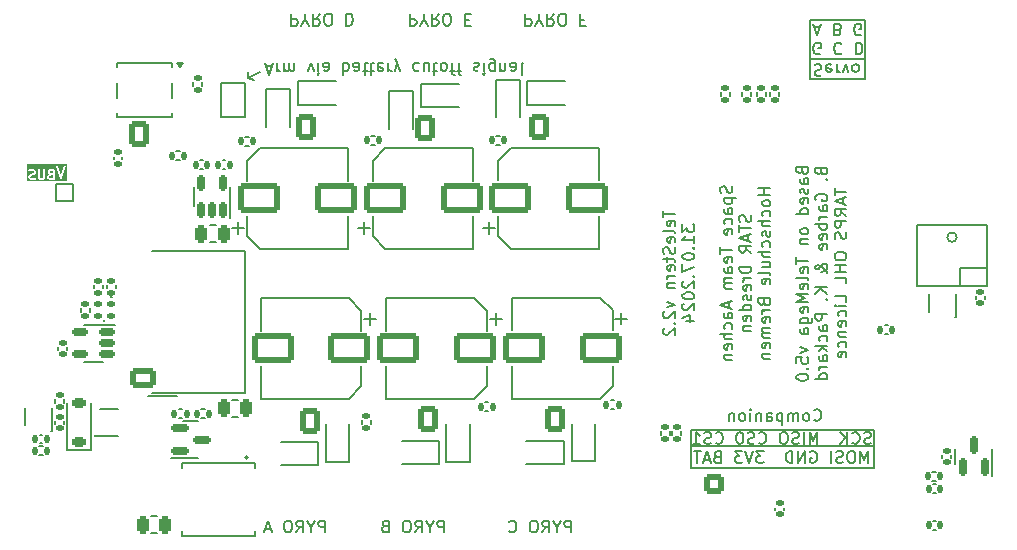
<source format=gbo>
G04 #@! TF.GenerationSoftware,KiCad,Pcbnew,8.0.3*
G04 #@! TF.CreationDate,2024-07-31T22:39:35+02:00*
G04 #@! TF.ProjectId,hw-tele-stern,68772d74-656c-4652-9d73-7465726e2e6b,rev2 w/ output diodes*
G04 #@! TF.SameCoordinates,Original*
G04 #@! TF.FileFunction,Legend,Bot*
G04 #@! TF.FilePolarity,Positive*
%FSLAX46Y46*%
G04 Gerber Fmt 4.6, Leading zero omitted, Abs format (unit mm)*
G04 Created by KiCad (PCBNEW 8.0.3) date 2024-07-31 22:39:35*
%MOMM*%
%LPD*%
G01*
G04 APERTURE LIST*
G04 Aperture macros list*
%AMRoundRect*
0 Rectangle with rounded corners*
0 $1 Rounding radius*
0 $2 $3 $4 $5 $6 $7 $8 $9 X,Y pos of 4 corners*
0 Add a 4 corners polygon primitive as box body*
4,1,4,$2,$3,$4,$5,$6,$7,$8,$9,$2,$3,0*
0 Add four circle primitives for the rounded corners*
1,1,$1+$1,$2,$3*
1,1,$1+$1,$4,$5*
1,1,$1+$1,$6,$7*
1,1,$1+$1,$8,$9*
0 Add four rect primitives between the rounded corners*
20,1,$1+$1,$2,$3,$4,$5,0*
20,1,$1+$1,$4,$5,$6,$7,0*
20,1,$1+$1,$6,$7,$8,$9,0*
20,1,$1+$1,$8,$9,$2,$3,0*%
%AMFreePoly0*
4,1,22,0.695671,0.830970,0.776777,0.776777,0.830970,0.695671,0.850000,0.600000,0.850000,-0.600000,0.830970,-0.695671,0.776777,-0.776777,0.695671,-0.830970,0.600000,-0.850000,-0.200000,-0.850000,-0.295671,-0.830970,-0.376777,-0.776777,-0.776777,-0.376777,-0.830970,-0.295671,-0.850000,-0.200000,-0.850000,0.600000,-0.830970,0.695671,-0.776777,0.776777,-0.695671,0.830970,-0.600000,0.850000,
0.600000,0.850000,0.695671,0.830970,0.695671,0.830970,$1*%
%AMFreePoly1*
4,1,15,1.100000,0.175000,0.750000,0.175000,0.750000,-0.175000,1.100000,-0.175000,1.100000,-0.475000,0.750000,-0.475000,-0.750000,-0.475000,-1.100000,-0.475000,-1.100000,-0.175000,-0.750000,-0.175000,-0.750000,0.175000,-1.100000,0.175000,-1.100000,0.475000,1.100000,0.475000,1.100000,0.175000,1.100000,0.175000,$1*%
G04 Aperture macros list end*
%ADD10C,0.155000*%
%ADD11RoundRect,0.147500X0.172500X-0.147500X0.172500X0.147500X-0.172500X0.147500X-0.172500X-0.147500X0*%
%ADD12R,2.500000X1.500000*%
%ADD13O,2.500000X1.500000*%
%ADD14R,1.150000X1.150000*%
%ADD15C,1.150000*%
%ADD16R,4.190000X2.665000*%
%ADD17C,1.700000*%
%ADD18RoundRect,0.250000X0.850000X0.600000X-0.850000X0.600000X-0.850000X-0.600000X0.850000X-0.600000X0*%
%ADD19O,2.200000X1.700000*%
%ADD20C,5.600000*%
%ADD21RoundRect,0.250000X-0.600000X0.850000X-0.600000X-0.850000X0.600000X-0.850000X0.600000X0.850000X0*%
%ADD22O,1.700000X2.200000*%
%ADD23C,1.300000*%
%ADD24FreePoly0,90.000000*%
%ADD25O,2.600000X1.300000*%
%ADD26O,2.300000X1.200000*%
%ADD27O,2.300000X1.300000*%
%ADD28O,0.600000X0.850000*%
%ADD29C,0.600000*%
%ADD30R,1.700000X1.700000*%
%ADD31O,1.700000X1.700000*%
%ADD32RoundRect,0.250000X0.600000X-0.850000X0.600000X0.850000X-0.600000X0.850000X-0.600000X-0.850000X0*%
%ADD33RoundRect,0.250000X-0.600000X0.600000X-0.600000X-0.600000X0.600000X-0.600000X0.600000X0.600000X0*%
%ADD34RoundRect,0.250000X-1.500000X-1.000000X1.500000X-1.000000X1.500000X1.000000X-1.500000X1.000000X0*%
%ADD35R,2.000000X1.200000*%
%ADD36R,2.000000X1.000000*%
%ADD37RoundRect,0.135000X0.185000X-0.135000X0.185000X0.135000X-0.185000X0.135000X-0.185000X-0.135000X0*%
%ADD38RoundRect,0.250000X-0.250000X-0.475000X0.250000X-0.475000X0.250000X0.475000X-0.250000X0.475000X0*%
%ADD39RoundRect,0.135000X-0.135000X-0.185000X0.135000X-0.185000X0.135000X0.185000X-0.135000X0.185000X0*%
%ADD40RoundRect,0.140000X-0.170000X0.140000X-0.170000X-0.140000X0.170000X-0.140000X0.170000X0.140000X0*%
%ADD41RoundRect,0.225000X0.375000X-0.225000X0.375000X0.225000X-0.375000X0.225000X-0.375000X-0.225000X0*%
%ADD42RoundRect,0.135000X-0.185000X0.135000X-0.185000X-0.135000X0.185000X-0.135000X0.185000X0.135000X0*%
%ADD43R,1.200000X0.800000*%
%ADD44RoundRect,0.135000X0.135000X0.185000X-0.135000X0.185000X-0.135000X-0.185000X0.135000X-0.185000X0*%
%ADD45RoundRect,0.140000X0.170000X-0.140000X0.170000X0.140000X-0.170000X0.140000X-0.170000X-0.140000X0*%
%ADD46R,2.400000X1.500000*%
%ADD47R,1.050000X1.500000*%
%ADD48RoundRect,0.150000X0.512500X0.150000X-0.512500X0.150000X-0.512500X-0.150000X0.512500X-0.150000X0*%
%ADD49R,1.500000X2.400000*%
%ADD50R,1.500000X1.050000*%
%ADD51RoundRect,0.250000X1.500000X1.000000X-1.500000X1.000000X-1.500000X-1.000000X1.500000X-1.000000X0*%
%ADD52R,0.300000X0.350000*%
%ADD53R,0.235000X0.870000*%
%ADD54FreePoly1,90.000000*%
%ADD55RoundRect,0.147500X-0.172500X0.147500X-0.172500X-0.147500X0.172500X-0.147500X0.172500X0.147500X0*%
%ADD56R,0.350000X0.300000*%
%ADD57R,0.870000X0.235000*%
%ADD58FreePoly1,0.000000*%
%ADD59R,0.300000X0.750000*%
%ADD60R,1.300000X0.900000*%
%ADD61RoundRect,0.150000X0.150000X-0.512500X0.150000X0.512500X-0.150000X0.512500X-0.150000X-0.512500X0*%
%ADD62R,2.350000X5.100000*%
%ADD63RoundRect,0.150000X0.150000X-0.587500X0.150000X0.587500X-0.150000X0.587500X-0.150000X-0.587500X0*%
%ADD64RoundRect,0.140000X0.140000X0.170000X-0.140000X0.170000X-0.140000X-0.170000X0.140000X-0.170000X0*%
%ADD65RoundRect,0.150000X-0.587500X-0.150000X0.587500X-0.150000X0.587500X0.150000X-0.587500X0.150000X0*%
%ADD66RoundRect,0.140000X-0.140000X-0.170000X0.140000X-0.170000X0.140000X0.170000X-0.140000X0.170000X0*%
%ADD67R,0.300000X0.325000*%
%ADD68R,0.613000X0.950000*%
%ADD69R,1.000000X1.000000*%
%ADD70R,1.500000X1.000000*%
%ADD71RoundRect,0.250000X0.250000X0.475000X-0.250000X0.475000X-0.250000X-0.475000X0.250000X-0.475000X0*%
G04 APERTURE END LIST*
D10*
X108230000Y-82200000D02*
X107250000Y-82750000D01*
X107250000Y-82750000D02*
X107250000Y-82250000D01*
X154860000Y-81150000D02*
X159480000Y-81150000D01*
X159480000Y-82860000D01*
X154860000Y-82860000D01*
X154860000Y-81150000D01*
X144730000Y-112520000D02*
X160250000Y-112520000D01*
X160250000Y-113920000D01*
X144730000Y-113920000D01*
X144730000Y-112520000D01*
X154860000Y-77800000D02*
X159480000Y-77800000D01*
X159480000Y-81150000D01*
X154860000Y-81150000D01*
X154860000Y-77800000D01*
X144730000Y-113930000D02*
X160250000Y-113930000D01*
X160250000Y-115730000D01*
X144730000Y-115730000D01*
X144730000Y-113930000D01*
X107250000Y-82750000D02*
X107730000Y-82900000D01*
X155689999Y-80692765D02*
X155594761Y-80740384D01*
X155594761Y-80740384D02*
X155451904Y-80740384D01*
X155451904Y-80740384D02*
X155309047Y-80692765D01*
X155309047Y-80692765D02*
X155213809Y-80597527D01*
X155213809Y-80597527D02*
X155166190Y-80502289D01*
X155166190Y-80502289D02*
X155118571Y-80311813D01*
X155118571Y-80311813D02*
X155118571Y-80168956D01*
X155118571Y-80168956D02*
X155166190Y-79978480D01*
X155166190Y-79978480D02*
X155213809Y-79883242D01*
X155213809Y-79883242D02*
X155309047Y-79788004D01*
X155309047Y-79788004D02*
X155451904Y-79740384D01*
X155451904Y-79740384D02*
X155547142Y-79740384D01*
X155547142Y-79740384D02*
X155689999Y-79788004D01*
X155689999Y-79788004D02*
X155737618Y-79835623D01*
X155737618Y-79835623D02*
X155737618Y-80168956D01*
X155737618Y-80168956D02*
X155547142Y-80168956D01*
X157499523Y-79835623D02*
X157451904Y-79788004D01*
X157451904Y-79788004D02*
X157309047Y-79740384D01*
X157309047Y-79740384D02*
X157213809Y-79740384D01*
X157213809Y-79740384D02*
X157070952Y-79788004D01*
X157070952Y-79788004D02*
X156975714Y-79883242D01*
X156975714Y-79883242D02*
X156928095Y-79978480D01*
X156928095Y-79978480D02*
X156880476Y-80168956D01*
X156880476Y-80168956D02*
X156880476Y-80311813D01*
X156880476Y-80311813D02*
X156928095Y-80502289D01*
X156928095Y-80502289D02*
X156975714Y-80597527D01*
X156975714Y-80597527D02*
X157070952Y-80692765D01*
X157070952Y-80692765D02*
X157213809Y-80740384D01*
X157213809Y-80740384D02*
X157309047Y-80740384D01*
X157309047Y-80740384D02*
X157451904Y-80692765D01*
X157451904Y-80692765D02*
X157499523Y-80645146D01*
X158690000Y-79740384D02*
X158690000Y-80740384D01*
X158690000Y-80740384D02*
X158928095Y-80740384D01*
X158928095Y-80740384D02*
X159070952Y-80692765D01*
X159070952Y-80692765D02*
X159166190Y-80597527D01*
X159166190Y-80597527D02*
X159213809Y-80502289D01*
X159213809Y-80502289D02*
X159261428Y-80311813D01*
X159261428Y-80311813D02*
X159261428Y-80168956D01*
X159261428Y-80168956D02*
X159213809Y-79978480D01*
X159213809Y-79978480D02*
X159166190Y-79883242D01*
X159166190Y-79883242D02*
X159070952Y-79788004D01*
X159070952Y-79788004D02*
X158928095Y-79740384D01*
X158928095Y-79740384D02*
X158690000Y-79740384D01*
X155190000Y-78416155D02*
X155666190Y-78416155D01*
X155094762Y-78130440D02*
X155428095Y-79130440D01*
X155428095Y-79130440D02*
X155761428Y-78130440D01*
X157190000Y-78654250D02*
X157332857Y-78606631D01*
X157332857Y-78606631D02*
X157380476Y-78559012D01*
X157380476Y-78559012D02*
X157428095Y-78463774D01*
X157428095Y-78463774D02*
X157428095Y-78320917D01*
X157428095Y-78320917D02*
X157380476Y-78225679D01*
X157380476Y-78225679D02*
X157332857Y-78178060D01*
X157332857Y-78178060D02*
X157237619Y-78130440D01*
X157237619Y-78130440D02*
X156856667Y-78130440D01*
X156856667Y-78130440D02*
X156856667Y-79130440D01*
X156856667Y-79130440D02*
X157190000Y-79130440D01*
X157190000Y-79130440D02*
X157285238Y-79082821D01*
X157285238Y-79082821D02*
X157332857Y-79035202D01*
X157332857Y-79035202D02*
X157380476Y-78939964D01*
X157380476Y-78939964D02*
X157380476Y-78844726D01*
X157380476Y-78844726D02*
X157332857Y-78749488D01*
X157332857Y-78749488D02*
X157285238Y-78701869D01*
X157285238Y-78701869D02*
X157190000Y-78654250D01*
X157190000Y-78654250D02*
X156856667Y-78654250D01*
X159142381Y-79082821D02*
X159047143Y-79130440D01*
X159047143Y-79130440D02*
X158904286Y-79130440D01*
X158904286Y-79130440D02*
X158761429Y-79082821D01*
X158761429Y-79082821D02*
X158666191Y-78987583D01*
X158666191Y-78987583D02*
X158618572Y-78892345D01*
X158618572Y-78892345D02*
X158570953Y-78701869D01*
X158570953Y-78701869D02*
X158570953Y-78559012D01*
X158570953Y-78559012D02*
X158618572Y-78368536D01*
X158618572Y-78368536D02*
X158666191Y-78273298D01*
X158666191Y-78273298D02*
X158761429Y-78178060D01*
X158761429Y-78178060D02*
X158904286Y-78130440D01*
X158904286Y-78130440D02*
X158999524Y-78130440D01*
X158999524Y-78130440D02*
X159142381Y-78178060D01*
X159142381Y-78178060D02*
X159190000Y-78225679D01*
X159190000Y-78225679D02*
X159190000Y-78559012D01*
X159190000Y-78559012D02*
X158999524Y-78559012D01*
X123845237Y-121204559D02*
X123845237Y-120204559D01*
X123845237Y-120204559D02*
X123464285Y-120204559D01*
X123464285Y-120204559D02*
X123369047Y-120252178D01*
X123369047Y-120252178D02*
X123321428Y-120299797D01*
X123321428Y-120299797D02*
X123273809Y-120395035D01*
X123273809Y-120395035D02*
X123273809Y-120537892D01*
X123273809Y-120537892D02*
X123321428Y-120633130D01*
X123321428Y-120633130D02*
X123369047Y-120680749D01*
X123369047Y-120680749D02*
X123464285Y-120728368D01*
X123464285Y-120728368D02*
X123845237Y-120728368D01*
X122654761Y-120728368D02*
X122654761Y-121204559D01*
X122988094Y-120204559D02*
X122654761Y-120728368D01*
X122654761Y-120728368D02*
X122321428Y-120204559D01*
X121416666Y-121204559D02*
X121749999Y-120728368D01*
X121988094Y-121204559D02*
X121988094Y-120204559D01*
X121988094Y-120204559D02*
X121607142Y-120204559D01*
X121607142Y-120204559D02*
X121511904Y-120252178D01*
X121511904Y-120252178D02*
X121464285Y-120299797D01*
X121464285Y-120299797D02*
X121416666Y-120395035D01*
X121416666Y-120395035D02*
X121416666Y-120537892D01*
X121416666Y-120537892D02*
X121464285Y-120633130D01*
X121464285Y-120633130D02*
X121511904Y-120680749D01*
X121511904Y-120680749D02*
X121607142Y-120728368D01*
X121607142Y-120728368D02*
X121988094Y-120728368D01*
X120797618Y-120204559D02*
X120607142Y-120204559D01*
X120607142Y-120204559D02*
X120511904Y-120252178D01*
X120511904Y-120252178D02*
X120416666Y-120347416D01*
X120416666Y-120347416D02*
X120369047Y-120537892D01*
X120369047Y-120537892D02*
X120369047Y-120871225D01*
X120369047Y-120871225D02*
X120416666Y-121061701D01*
X120416666Y-121061701D02*
X120511904Y-121156940D01*
X120511904Y-121156940D02*
X120607142Y-121204559D01*
X120607142Y-121204559D02*
X120797618Y-121204559D01*
X120797618Y-121204559D02*
X120892856Y-121156940D01*
X120892856Y-121156940D02*
X120988094Y-121061701D01*
X120988094Y-121061701D02*
X121035713Y-120871225D01*
X121035713Y-120871225D02*
X121035713Y-120537892D01*
X121035713Y-120537892D02*
X120988094Y-120347416D01*
X120988094Y-120347416D02*
X120892856Y-120252178D01*
X120892856Y-120252178D02*
X120797618Y-120204559D01*
X118845237Y-120680749D02*
X118702380Y-120728368D01*
X118702380Y-120728368D02*
X118654761Y-120775987D01*
X118654761Y-120775987D02*
X118607142Y-120871225D01*
X118607142Y-120871225D02*
X118607142Y-121014082D01*
X118607142Y-121014082D02*
X118654761Y-121109320D01*
X118654761Y-121109320D02*
X118702380Y-121156940D01*
X118702380Y-121156940D02*
X118797618Y-121204559D01*
X118797618Y-121204559D02*
X119178570Y-121204559D01*
X119178570Y-121204559D02*
X119178570Y-120204559D01*
X119178570Y-120204559D02*
X118845237Y-120204559D01*
X118845237Y-120204559D02*
X118749999Y-120252178D01*
X118749999Y-120252178D02*
X118702380Y-120299797D01*
X118702380Y-120299797D02*
X118654761Y-120395035D01*
X118654761Y-120395035D02*
X118654761Y-120490273D01*
X118654761Y-120490273D02*
X118702380Y-120585511D01*
X118702380Y-120585511D02*
X118749999Y-120633130D01*
X118749999Y-120633130D02*
X118845237Y-120680749D01*
X118845237Y-120680749D02*
X119178570Y-120680749D01*
X130726190Y-77295440D02*
X130726190Y-78295440D01*
X130726190Y-78295440D02*
X131107142Y-78295440D01*
X131107142Y-78295440D02*
X131202380Y-78247821D01*
X131202380Y-78247821D02*
X131249999Y-78200202D01*
X131249999Y-78200202D02*
X131297618Y-78104964D01*
X131297618Y-78104964D02*
X131297618Y-77962107D01*
X131297618Y-77962107D02*
X131249999Y-77866869D01*
X131249999Y-77866869D02*
X131202380Y-77819250D01*
X131202380Y-77819250D02*
X131107142Y-77771631D01*
X131107142Y-77771631D02*
X130726190Y-77771631D01*
X131916666Y-77771631D02*
X131916666Y-77295440D01*
X131583333Y-78295440D02*
X131916666Y-77771631D01*
X131916666Y-77771631D02*
X132249999Y-78295440D01*
X133154761Y-77295440D02*
X132821428Y-77771631D01*
X132583333Y-77295440D02*
X132583333Y-78295440D01*
X132583333Y-78295440D02*
X132964285Y-78295440D01*
X132964285Y-78295440D02*
X133059523Y-78247821D01*
X133059523Y-78247821D02*
X133107142Y-78200202D01*
X133107142Y-78200202D02*
X133154761Y-78104964D01*
X133154761Y-78104964D02*
X133154761Y-77962107D01*
X133154761Y-77962107D02*
X133107142Y-77866869D01*
X133107142Y-77866869D02*
X133059523Y-77819250D01*
X133059523Y-77819250D02*
X132964285Y-77771631D01*
X132964285Y-77771631D02*
X132583333Y-77771631D01*
X133773809Y-78295440D02*
X133964285Y-78295440D01*
X133964285Y-78295440D02*
X134059523Y-78247821D01*
X134059523Y-78247821D02*
X134154761Y-78152583D01*
X134154761Y-78152583D02*
X134202380Y-77962107D01*
X134202380Y-77962107D02*
X134202380Y-77628774D01*
X134202380Y-77628774D02*
X134154761Y-77438298D01*
X134154761Y-77438298D02*
X134059523Y-77343060D01*
X134059523Y-77343060D02*
X133964285Y-77295440D01*
X133964285Y-77295440D02*
X133773809Y-77295440D01*
X133773809Y-77295440D02*
X133678571Y-77343060D01*
X133678571Y-77343060D02*
X133583333Y-77438298D01*
X133583333Y-77438298D02*
X133535714Y-77628774D01*
X133535714Y-77628774D02*
X133535714Y-77962107D01*
X133535714Y-77962107D02*
X133583333Y-78152583D01*
X133583333Y-78152583D02*
X133678571Y-78247821D01*
X133678571Y-78247821D02*
X133773809Y-78295440D01*
X135726190Y-77819250D02*
X135392857Y-77819250D01*
X135392857Y-77295440D02*
X135392857Y-78295440D01*
X135392857Y-78295440D02*
X135869047Y-78295440D01*
X110904762Y-77295440D02*
X110904762Y-78295440D01*
X110904762Y-78295440D02*
X111285714Y-78295440D01*
X111285714Y-78295440D02*
X111380952Y-78247821D01*
X111380952Y-78247821D02*
X111428571Y-78200202D01*
X111428571Y-78200202D02*
X111476190Y-78104964D01*
X111476190Y-78104964D02*
X111476190Y-77962107D01*
X111476190Y-77962107D02*
X111428571Y-77866869D01*
X111428571Y-77866869D02*
X111380952Y-77819250D01*
X111380952Y-77819250D02*
X111285714Y-77771631D01*
X111285714Y-77771631D02*
X110904762Y-77771631D01*
X112095238Y-77771631D02*
X112095238Y-77295440D01*
X111761905Y-78295440D02*
X112095238Y-77771631D01*
X112095238Y-77771631D02*
X112428571Y-78295440D01*
X113333333Y-77295440D02*
X113000000Y-77771631D01*
X112761905Y-77295440D02*
X112761905Y-78295440D01*
X112761905Y-78295440D02*
X113142857Y-78295440D01*
X113142857Y-78295440D02*
X113238095Y-78247821D01*
X113238095Y-78247821D02*
X113285714Y-78200202D01*
X113285714Y-78200202D02*
X113333333Y-78104964D01*
X113333333Y-78104964D02*
X113333333Y-77962107D01*
X113333333Y-77962107D02*
X113285714Y-77866869D01*
X113285714Y-77866869D02*
X113238095Y-77819250D01*
X113238095Y-77819250D02*
X113142857Y-77771631D01*
X113142857Y-77771631D02*
X112761905Y-77771631D01*
X113952381Y-78295440D02*
X114142857Y-78295440D01*
X114142857Y-78295440D02*
X114238095Y-78247821D01*
X114238095Y-78247821D02*
X114333333Y-78152583D01*
X114333333Y-78152583D02*
X114380952Y-77962107D01*
X114380952Y-77962107D02*
X114380952Y-77628774D01*
X114380952Y-77628774D02*
X114333333Y-77438298D01*
X114333333Y-77438298D02*
X114238095Y-77343060D01*
X114238095Y-77343060D02*
X114142857Y-77295440D01*
X114142857Y-77295440D02*
X113952381Y-77295440D01*
X113952381Y-77295440D02*
X113857143Y-77343060D01*
X113857143Y-77343060D02*
X113761905Y-77438298D01*
X113761905Y-77438298D02*
X113714286Y-77628774D01*
X113714286Y-77628774D02*
X113714286Y-77962107D01*
X113714286Y-77962107D02*
X113761905Y-78152583D01*
X113761905Y-78152583D02*
X113857143Y-78247821D01*
X113857143Y-78247821D02*
X113952381Y-78295440D01*
X115571429Y-77295440D02*
X115571429Y-78295440D01*
X115571429Y-78295440D02*
X115809524Y-78295440D01*
X115809524Y-78295440D02*
X115952381Y-78247821D01*
X115952381Y-78247821D02*
X116047619Y-78152583D01*
X116047619Y-78152583D02*
X116095238Y-78057345D01*
X116095238Y-78057345D02*
X116142857Y-77866869D01*
X116142857Y-77866869D02*
X116142857Y-77724012D01*
X116142857Y-77724012D02*
X116095238Y-77533536D01*
X116095238Y-77533536D02*
X116047619Y-77438298D01*
X116047619Y-77438298D02*
X115952381Y-77343060D01*
X115952381Y-77343060D02*
X115809524Y-77295440D01*
X115809524Y-77295440D02*
X115571429Y-77295440D01*
X113773809Y-121204559D02*
X113773809Y-120204559D01*
X113773809Y-120204559D02*
X113392857Y-120204559D01*
X113392857Y-120204559D02*
X113297619Y-120252178D01*
X113297619Y-120252178D02*
X113250000Y-120299797D01*
X113250000Y-120299797D02*
X113202381Y-120395035D01*
X113202381Y-120395035D02*
X113202381Y-120537892D01*
X113202381Y-120537892D02*
X113250000Y-120633130D01*
X113250000Y-120633130D02*
X113297619Y-120680749D01*
X113297619Y-120680749D02*
X113392857Y-120728368D01*
X113392857Y-120728368D02*
X113773809Y-120728368D01*
X112583333Y-120728368D02*
X112583333Y-121204559D01*
X112916666Y-120204559D02*
X112583333Y-120728368D01*
X112583333Y-120728368D02*
X112250000Y-120204559D01*
X111345238Y-121204559D02*
X111678571Y-120728368D01*
X111916666Y-121204559D02*
X111916666Y-120204559D01*
X111916666Y-120204559D02*
X111535714Y-120204559D01*
X111535714Y-120204559D02*
X111440476Y-120252178D01*
X111440476Y-120252178D02*
X111392857Y-120299797D01*
X111392857Y-120299797D02*
X111345238Y-120395035D01*
X111345238Y-120395035D02*
X111345238Y-120537892D01*
X111345238Y-120537892D02*
X111392857Y-120633130D01*
X111392857Y-120633130D02*
X111440476Y-120680749D01*
X111440476Y-120680749D02*
X111535714Y-120728368D01*
X111535714Y-120728368D02*
X111916666Y-120728368D01*
X110726190Y-120204559D02*
X110535714Y-120204559D01*
X110535714Y-120204559D02*
X110440476Y-120252178D01*
X110440476Y-120252178D02*
X110345238Y-120347416D01*
X110345238Y-120347416D02*
X110297619Y-120537892D01*
X110297619Y-120537892D02*
X110297619Y-120871225D01*
X110297619Y-120871225D02*
X110345238Y-121061701D01*
X110345238Y-121061701D02*
X110440476Y-121156940D01*
X110440476Y-121156940D02*
X110535714Y-121204559D01*
X110535714Y-121204559D02*
X110726190Y-121204559D01*
X110726190Y-121204559D02*
X110821428Y-121156940D01*
X110821428Y-121156940D02*
X110916666Y-121061701D01*
X110916666Y-121061701D02*
X110964285Y-120871225D01*
X110964285Y-120871225D02*
X110964285Y-120537892D01*
X110964285Y-120537892D02*
X110916666Y-120347416D01*
X110916666Y-120347416D02*
X110821428Y-120252178D01*
X110821428Y-120252178D02*
X110726190Y-120204559D01*
X109154761Y-120918844D02*
X108678571Y-120918844D01*
X109249999Y-121204559D02*
X108916666Y-120204559D01*
X108916666Y-120204559D02*
X108583333Y-121204559D01*
X155232857Y-81608060D02*
X155375714Y-81560440D01*
X155375714Y-81560440D02*
X155613809Y-81560440D01*
X155613809Y-81560440D02*
X155709047Y-81608060D01*
X155709047Y-81608060D02*
X155756666Y-81655679D01*
X155756666Y-81655679D02*
X155804285Y-81750917D01*
X155804285Y-81750917D02*
X155804285Y-81846155D01*
X155804285Y-81846155D02*
X155756666Y-81941393D01*
X155756666Y-81941393D02*
X155709047Y-81989012D01*
X155709047Y-81989012D02*
X155613809Y-82036631D01*
X155613809Y-82036631D02*
X155423333Y-82084250D01*
X155423333Y-82084250D02*
X155328095Y-82131869D01*
X155328095Y-82131869D02*
X155280476Y-82179488D01*
X155280476Y-82179488D02*
X155232857Y-82274726D01*
X155232857Y-82274726D02*
X155232857Y-82369964D01*
X155232857Y-82369964D02*
X155280476Y-82465202D01*
X155280476Y-82465202D02*
X155328095Y-82512821D01*
X155328095Y-82512821D02*
X155423333Y-82560440D01*
X155423333Y-82560440D02*
X155661428Y-82560440D01*
X155661428Y-82560440D02*
X155804285Y-82512821D01*
X156613809Y-81608060D02*
X156518571Y-81560440D01*
X156518571Y-81560440D02*
X156328095Y-81560440D01*
X156328095Y-81560440D02*
X156232857Y-81608060D01*
X156232857Y-81608060D02*
X156185238Y-81703298D01*
X156185238Y-81703298D02*
X156185238Y-82084250D01*
X156185238Y-82084250D02*
X156232857Y-82179488D01*
X156232857Y-82179488D02*
X156328095Y-82227107D01*
X156328095Y-82227107D02*
X156518571Y-82227107D01*
X156518571Y-82227107D02*
X156613809Y-82179488D01*
X156613809Y-82179488D02*
X156661428Y-82084250D01*
X156661428Y-82084250D02*
X156661428Y-81989012D01*
X156661428Y-81989012D02*
X156185238Y-81893774D01*
X157090000Y-81560440D02*
X157090000Y-82227107D01*
X157090000Y-82036631D02*
X157137619Y-82131869D01*
X157137619Y-82131869D02*
X157185238Y-82179488D01*
X157185238Y-82179488D02*
X157280476Y-82227107D01*
X157280476Y-82227107D02*
X157375714Y-82227107D01*
X157613810Y-82227107D02*
X157851905Y-81560440D01*
X157851905Y-81560440D02*
X158090000Y-82227107D01*
X158613810Y-81560440D02*
X158518572Y-81608060D01*
X158518572Y-81608060D02*
X158470953Y-81655679D01*
X158470953Y-81655679D02*
X158423334Y-81750917D01*
X158423334Y-81750917D02*
X158423334Y-82036631D01*
X158423334Y-82036631D02*
X158470953Y-82131869D01*
X158470953Y-82131869D02*
X158518572Y-82179488D01*
X158518572Y-82179488D02*
X158613810Y-82227107D01*
X158613810Y-82227107D02*
X158756667Y-82227107D01*
X158756667Y-82227107D02*
X158851905Y-82179488D01*
X158851905Y-82179488D02*
X158899524Y-82131869D01*
X158899524Y-82131869D02*
X158947143Y-82036631D01*
X158947143Y-82036631D02*
X158947143Y-81750917D01*
X158947143Y-81750917D02*
X158899524Y-81655679D01*
X158899524Y-81655679D02*
X158851905Y-81608060D01*
X158851905Y-81608060D02*
X158756667Y-81560440D01*
X158756667Y-81560440D02*
X158613810Y-81560440D01*
X134595237Y-121204559D02*
X134595237Y-120204559D01*
X134595237Y-120204559D02*
X134214285Y-120204559D01*
X134214285Y-120204559D02*
X134119047Y-120252178D01*
X134119047Y-120252178D02*
X134071428Y-120299797D01*
X134071428Y-120299797D02*
X134023809Y-120395035D01*
X134023809Y-120395035D02*
X134023809Y-120537892D01*
X134023809Y-120537892D02*
X134071428Y-120633130D01*
X134071428Y-120633130D02*
X134119047Y-120680749D01*
X134119047Y-120680749D02*
X134214285Y-120728368D01*
X134214285Y-120728368D02*
X134595237Y-120728368D01*
X133404761Y-120728368D02*
X133404761Y-121204559D01*
X133738094Y-120204559D02*
X133404761Y-120728368D01*
X133404761Y-120728368D02*
X133071428Y-120204559D01*
X132166666Y-121204559D02*
X132499999Y-120728368D01*
X132738094Y-121204559D02*
X132738094Y-120204559D01*
X132738094Y-120204559D02*
X132357142Y-120204559D01*
X132357142Y-120204559D02*
X132261904Y-120252178D01*
X132261904Y-120252178D02*
X132214285Y-120299797D01*
X132214285Y-120299797D02*
X132166666Y-120395035D01*
X132166666Y-120395035D02*
X132166666Y-120537892D01*
X132166666Y-120537892D02*
X132214285Y-120633130D01*
X132214285Y-120633130D02*
X132261904Y-120680749D01*
X132261904Y-120680749D02*
X132357142Y-120728368D01*
X132357142Y-120728368D02*
X132738094Y-120728368D01*
X131547618Y-120204559D02*
X131357142Y-120204559D01*
X131357142Y-120204559D02*
X131261904Y-120252178D01*
X131261904Y-120252178D02*
X131166666Y-120347416D01*
X131166666Y-120347416D02*
X131119047Y-120537892D01*
X131119047Y-120537892D02*
X131119047Y-120871225D01*
X131119047Y-120871225D02*
X131166666Y-121061701D01*
X131166666Y-121061701D02*
X131261904Y-121156940D01*
X131261904Y-121156940D02*
X131357142Y-121204559D01*
X131357142Y-121204559D02*
X131547618Y-121204559D01*
X131547618Y-121204559D02*
X131642856Y-121156940D01*
X131642856Y-121156940D02*
X131738094Y-121061701D01*
X131738094Y-121061701D02*
X131785713Y-120871225D01*
X131785713Y-120871225D02*
X131785713Y-120537892D01*
X131785713Y-120537892D02*
X131738094Y-120347416D01*
X131738094Y-120347416D02*
X131642856Y-120252178D01*
X131642856Y-120252178D02*
X131547618Y-120204559D01*
X129357142Y-121109320D02*
X129404761Y-121156940D01*
X129404761Y-121156940D02*
X129547618Y-121204559D01*
X129547618Y-121204559D02*
X129642856Y-121204559D01*
X129642856Y-121204559D02*
X129785713Y-121156940D01*
X129785713Y-121156940D02*
X129880951Y-121061701D01*
X129880951Y-121061701D02*
X129928570Y-120966463D01*
X129928570Y-120966463D02*
X129976189Y-120775987D01*
X129976189Y-120775987D02*
X129976189Y-120633130D01*
X129976189Y-120633130D02*
X129928570Y-120442654D01*
X129928570Y-120442654D02*
X129880951Y-120347416D01*
X129880951Y-120347416D02*
X129785713Y-120252178D01*
X129785713Y-120252178D02*
X129642856Y-120204559D01*
X129642856Y-120204559D02*
X129547618Y-120204559D01*
X129547618Y-120204559D02*
X129404761Y-120252178D01*
X129404761Y-120252178D02*
X129357142Y-120299797D01*
X108802855Y-81736155D02*
X109279045Y-81736155D01*
X108707617Y-81450440D02*
X109040950Y-82450440D01*
X109040950Y-82450440D02*
X109374283Y-81450440D01*
X109707617Y-81450440D02*
X109707617Y-82117107D01*
X109707617Y-81926631D02*
X109755236Y-82021869D01*
X109755236Y-82021869D02*
X109802855Y-82069488D01*
X109802855Y-82069488D02*
X109898093Y-82117107D01*
X109898093Y-82117107D02*
X109993331Y-82117107D01*
X110326665Y-81450440D02*
X110326665Y-82117107D01*
X110326665Y-82021869D02*
X110374284Y-82069488D01*
X110374284Y-82069488D02*
X110469522Y-82117107D01*
X110469522Y-82117107D02*
X110612379Y-82117107D01*
X110612379Y-82117107D02*
X110707617Y-82069488D01*
X110707617Y-82069488D02*
X110755236Y-81974250D01*
X110755236Y-81974250D02*
X110755236Y-81450440D01*
X110755236Y-81974250D02*
X110802855Y-82069488D01*
X110802855Y-82069488D02*
X110898093Y-82117107D01*
X110898093Y-82117107D02*
X111040950Y-82117107D01*
X111040950Y-82117107D02*
X111136189Y-82069488D01*
X111136189Y-82069488D02*
X111183808Y-81974250D01*
X111183808Y-81974250D02*
X111183808Y-81450440D01*
X112326665Y-82117107D02*
X112564760Y-81450440D01*
X112564760Y-81450440D02*
X112802855Y-82117107D01*
X113183808Y-81450440D02*
X113183808Y-82117107D01*
X113183808Y-82450440D02*
X113136189Y-82402821D01*
X113136189Y-82402821D02*
X113183808Y-82355202D01*
X113183808Y-82355202D02*
X113231427Y-82402821D01*
X113231427Y-82402821D02*
X113183808Y-82450440D01*
X113183808Y-82450440D02*
X113183808Y-82355202D01*
X114088569Y-81450440D02*
X114088569Y-81974250D01*
X114088569Y-81974250D02*
X114040950Y-82069488D01*
X114040950Y-82069488D02*
X113945712Y-82117107D01*
X113945712Y-82117107D02*
X113755236Y-82117107D01*
X113755236Y-82117107D02*
X113659998Y-82069488D01*
X114088569Y-81498060D02*
X113993331Y-81450440D01*
X113993331Y-81450440D02*
X113755236Y-81450440D01*
X113755236Y-81450440D02*
X113659998Y-81498060D01*
X113659998Y-81498060D02*
X113612379Y-81593298D01*
X113612379Y-81593298D02*
X113612379Y-81688536D01*
X113612379Y-81688536D02*
X113659998Y-81783774D01*
X113659998Y-81783774D02*
X113755236Y-81831393D01*
X113755236Y-81831393D02*
X113993331Y-81831393D01*
X113993331Y-81831393D02*
X114088569Y-81879012D01*
X115326665Y-81450440D02*
X115326665Y-82450440D01*
X115326665Y-82069488D02*
X115421903Y-82117107D01*
X115421903Y-82117107D02*
X115612379Y-82117107D01*
X115612379Y-82117107D02*
X115707617Y-82069488D01*
X115707617Y-82069488D02*
X115755236Y-82021869D01*
X115755236Y-82021869D02*
X115802855Y-81926631D01*
X115802855Y-81926631D02*
X115802855Y-81640917D01*
X115802855Y-81640917D02*
X115755236Y-81545679D01*
X115755236Y-81545679D02*
X115707617Y-81498060D01*
X115707617Y-81498060D02*
X115612379Y-81450440D01*
X115612379Y-81450440D02*
X115421903Y-81450440D01*
X115421903Y-81450440D02*
X115326665Y-81498060D01*
X116659998Y-81450440D02*
X116659998Y-81974250D01*
X116659998Y-81974250D02*
X116612379Y-82069488D01*
X116612379Y-82069488D02*
X116517141Y-82117107D01*
X116517141Y-82117107D02*
X116326665Y-82117107D01*
X116326665Y-82117107D02*
X116231427Y-82069488D01*
X116659998Y-81498060D02*
X116564760Y-81450440D01*
X116564760Y-81450440D02*
X116326665Y-81450440D01*
X116326665Y-81450440D02*
X116231427Y-81498060D01*
X116231427Y-81498060D02*
X116183808Y-81593298D01*
X116183808Y-81593298D02*
X116183808Y-81688536D01*
X116183808Y-81688536D02*
X116231427Y-81783774D01*
X116231427Y-81783774D02*
X116326665Y-81831393D01*
X116326665Y-81831393D02*
X116564760Y-81831393D01*
X116564760Y-81831393D02*
X116659998Y-81879012D01*
X116993332Y-82117107D02*
X117374284Y-82117107D01*
X117136189Y-82450440D02*
X117136189Y-81593298D01*
X117136189Y-81593298D02*
X117183808Y-81498060D01*
X117183808Y-81498060D02*
X117279046Y-81450440D01*
X117279046Y-81450440D02*
X117374284Y-81450440D01*
X117564761Y-82117107D02*
X117945713Y-82117107D01*
X117707618Y-82450440D02*
X117707618Y-81593298D01*
X117707618Y-81593298D02*
X117755237Y-81498060D01*
X117755237Y-81498060D02*
X117850475Y-81450440D01*
X117850475Y-81450440D02*
X117945713Y-81450440D01*
X118659999Y-81498060D02*
X118564761Y-81450440D01*
X118564761Y-81450440D02*
X118374285Y-81450440D01*
X118374285Y-81450440D02*
X118279047Y-81498060D01*
X118279047Y-81498060D02*
X118231428Y-81593298D01*
X118231428Y-81593298D02*
X118231428Y-81974250D01*
X118231428Y-81974250D02*
X118279047Y-82069488D01*
X118279047Y-82069488D02*
X118374285Y-82117107D01*
X118374285Y-82117107D02*
X118564761Y-82117107D01*
X118564761Y-82117107D02*
X118659999Y-82069488D01*
X118659999Y-82069488D02*
X118707618Y-81974250D01*
X118707618Y-81974250D02*
X118707618Y-81879012D01*
X118707618Y-81879012D02*
X118231428Y-81783774D01*
X119136190Y-81450440D02*
X119136190Y-82117107D01*
X119136190Y-81926631D02*
X119183809Y-82021869D01*
X119183809Y-82021869D02*
X119231428Y-82069488D01*
X119231428Y-82069488D02*
X119326666Y-82117107D01*
X119326666Y-82117107D02*
X119421904Y-82117107D01*
X119660000Y-82117107D02*
X119898095Y-81450440D01*
X120136190Y-82117107D02*
X119898095Y-81450440D01*
X119898095Y-81450440D02*
X119802857Y-81212345D01*
X119802857Y-81212345D02*
X119755238Y-81164726D01*
X119755238Y-81164726D02*
X119660000Y-81117107D01*
X121707619Y-81498060D02*
X121612381Y-81450440D01*
X121612381Y-81450440D02*
X121421905Y-81450440D01*
X121421905Y-81450440D02*
X121326667Y-81498060D01*
X121326667Y-81498060D02*
X121279048Y-81545679D01*
X121279048Y-81545679D02*
X121231429Y-81640917D01*
X121231429Y-81640917D02*
X121231429Y-81926631D01*
X121231429Y-81926631D02*
X121279048Y-82021869D01*
X121279048Y-82021869D02*
X121326667Y-82069488D01*
X121326667Y-82069488D02*
X121421905Y-82117107D01*
X121421905Y-82117107D02*
X121612381Y-82117107D01*
X121612381Y-82117107D02*
X121707619Y-82069488D01*
X122564762Y-82117107D02*
X122564762Y-81450440D01*
X122136191Y-82117107D02*
X122136191Y-81593298D01*
X122136191Y-81593298D02*
X122183810Y-81498060D01*
X122183810Y-81498060D02*
X122279048Y-81450440D01*
X122279048Y-81450440D02*
X122421905Y-81450440D01*
X122421905Y-81450440D02*
X122517143Y-81498060D01*
X122517143Y-81498060D02*
X122564762Y-81545679D01*
X122898096Y-82117107D02*
X123279048Y-82117107D01*
X123040953Y-82450440D02*
X123040953Y-81593298D01*
X123040953Y-81593298D02*
X123088572Y-81498060D01*
X123088572Y-81498060D02*
X123183810Y-81450440D01*
X123183810Y-81450440D02*
X123279048Y-81450440D01*
X123755239Y-81450440D02*
X123660001Y-81498060D01*
X123660001Y-81498060D02*
X123612382Y-81545679D01*
X123612382Y-81545679D02*
X123564763Y-81640917D01*
X123564763Y-81640917D02*
X123564763Y-81926631D01*
X123564763Y-81926631D02*
X123612382Y-82021869D01*
X123612382Y-82021869D02*
X123660001Y-82069488D01*
X123660001Y-82069488D02*
X123755239Y-82117107D01*
X123755239Y-82117107D02*
X123898096Y-82117107D01*
X123898096Y-82117107D02*
X123993334Y-82069488D01*
X123993334Y-82069488D02*
X124040953Y-82021869D01*
X124040953Y-82021869D02*
X124088572Y-81926631D01*
X124088572Y-81926631D02*
X124088572Y-81640917D01*
X124088572Y-81640917D02*
X124040953Y-81545679D01*
X124040953Y-81545679D02*
X123993334Y-81498060D01*
X123993334Y-81498060D02*
X123898096Y-81450440D01*
X123898096Y-81450440D02*
X123755239Y-81450440D01*
X124374287Y-82117107D02*
X124755239Y-82117107D01*
X124517144Y-81450440D02*
X124517144Y-82307583D01*
X124517144Y-82307583D02*
X124564763Y-82402821D01*
X124564763Y-82402821D02*
X124660001Y-82450440D01*
X124660001Y-82450440D02*
X124755239Y-82450440D01*
X124945716Y-82117107D02*
X125326668Y-82117107D01*
X125088573Y-81450440D02*
X125088573Y-82307583D01*
X125088573Y-82307583D02*
X125136192Y-82402821D01*
X125136192Y-82402821D02*
X125231430Y-82450440D01*
X125231430Y-82450440D02*
X125326668Y-82450440D01*
X126374288Y-81498060D02*
X126469526Y-81450440D01*
X126469526Y-81450440D02*
X126660002Y-81450440D01*
X126660002Y-81450440D02*
X126755240Y-81498060D01*
X126755240Y-81498060D02*
X126802859Y-81593298D01*
X126802859Y-81593298D02*
X126802859Y-81640917D01*
X126802859Y-81640917D02*
X126755240Y-81736155D01*
X126755240Y-81736155D02*
X126660002Y-81783774D01*
X126660002Y-81783774D02*
X126517145Y-81783774D01*
X126517145Y-81783774D02*
X126421907Y-81831393D01*
X126421907Y-81831393D02*
X126374288Y-81926631D01*
X126374288Y-81926631D02*
X126374288Y-81974250D01*
X126374288Y-81974250D02*
X126421907Y-82069488D01*
X126421907Y-82069488D02*
X126517145Y-82117107D01*
X126517145Y-82117107D02*
X126660002Y-82117107D01*
X126660002Y-82117107D02*
X126755240Y-82069488D01*
X127231431Y-81450440D02*
X127231431Y-82117107D01*
X127231431Y-82450440D02*
X127183812Y-82402821D01*
X127183812Y-82402821D02*
X127231431Y-82355202D01*
X127231431Y-82355202D02*
X127279050Y-82402821D01*
X127279050Y-82402821D02*
X127231431Y-82450440D01*
X127231431Y-82450440D02*
X127231431Y-82355202D01*
X128136192Y-82117107D02*
X128136192Y-81307583D01*
X128136192Y-81307583D02*
X128088573Y-81212345D01*
X128088573Y-81212345D02*
X128040954Y-81164726D01*
X128040954Y-81164726D02*
X127945716Y-81117107D01*
X127945716Y-81117107D02*
X127802859Y-81117107D01*
X127802859Y-81117107D02*
X127707621Y-81164726D01*
X128136192Y-81498060D02*
X128040954Y-81450440D01*
X128040954Y-81450440D02*
X127850478Y-81450440D01*
X127850478Y-81450440D02*
X127755240Y-81498060D01*
X127755240Y-81498060D02*
X127707621Y-81545679D01*
X127707621Y-81545679D02*
X127660002Y-81640917D01*
X127660002Y-81640917D02*
X127660002Y-81926631D01*
X127660002Y-81926631D02*
X127707621Y-82021869D01*
X127707621Y-82021869D02*
X127755240Y-82069488D01*
X127755240Y-82069488D02*
X127850478Y-82117107D01*
X127850478Y-82117107D02*
X128040954Y-82117107D01*
X128040954Y-82117107D02*
X128136192Y-82069488D01*
X128612383Y-82117107D02*
X128612383Y-81450440D01*
X128612383Y-82021869D02*
X128660002Y-82069488D01*
X128660002Y-82069488D02*
X128755240Y-82117107D01*
X128755240Y-82117107D02*
X128898097Y-82117107D01*
X128898097Y-82117107D02*
X128993335Y-82069488D01*
X128993335Y-82069488D02*
X129040954Y-81974250D01*
X129040954Y-81974250D02*
X129040954Y-81450440D01*
X129945716Y-81450440D02*
X129945716Y-81974250D01*
X129945716Y-81974250D02*
X129898097Y-82069488D01*
X129898097Y-82069488D02*
X129802859Y-82117107D01*
X129802859Y-82117107D02*
X129612383Y-82117107D01*
X129612383Y-82117107D02*
X129517145Y-82069488D01*
X129945716Y-81498060D02*
X129850478Y-81450440D01*
X129850478Y-81450440D02*
X129612383Y-81450440D01*
X129612383Y-81450440D02*
X129517145Y-81498060D01*
X129517145Y-81498060D02*
X129469526Y-81593298D01*
X129469526Y-81593298D02*
X129469526Y-81688536D01*
X129469526Y-81688536D02*
X129517145Y-81783774D01*
X129517145Y-81783774D02*
X129612383Y-81831393D01*
X129612383Y-81831393D02*
X129850478Y-81831393D01*
X129850478Y-81831393D02*
X129945716Y-81879012D01*
X130564764Y-81450440D02*
X130469526Y-81498060D01*
X130469526Y-81498060D02*
X130421907Y-81593298D01*
X130421907Y-81593298D02*
X130421907Y-82450440D01*
G36*
X90724227Y-91232889D02*
G01*
X90516062Y-91233858D01*
X90467085Y-91210271D01*
X90445908Y-91189989D01*
X90420574Y-91141148D01*
X90419678Y-91063292D01*
X90443028Y-91014807D01*
X90460034Y-90997050D01*
X90542828Y-90968438D01*
X90723742Y-90967482D01*
X90724227Y-91232889D01*
G37*
G36*
X90723462Y-90813893D02*
G01*
X90554112Y-90814788D01*
X90505179Y-90791223D01*
X90484002Y-90770940D01*
X90458588Y-90721943D01*
X90457936Y-90682001D01*
X90481122Y-90633856D01*
X90501405Y-90612677D01*
X90550045Y-90587448D01*
X90723046Y-90586534D01*
X90723462Y-90813893D01*
G37*
G36*
X91940790Y-91498646D02*
G01*
X88554654Y-91498646D01*
X88554654Y-91081463D01*
X88665765Y-91081463D01*
X88666827Y-91146598D01*
X88666373Y-91147961D01*
X88666991Y-91156658D01*
X88667254Y-91172773D01*
X88668319Y-91175345D01*
X88668517Y-91178124D01*
X88673947Y-91192313D01*
X88713350Y-91268280D01*
X88716921Y-91276900D01*
X88719368Y-91279882D01*
X88720135Y-91281360D01*
X88721683Y-91282702D01*
X88726559Y-91288644D01*
X88766524Y-91326922D01*
X88771939Y-91333165D01*
X88775157Y-91335191D01*
X88776397Y-91336378D01*
X88778287Y-91337161D01*
X88784796Y-91341258D01*
X88851492Y-91373377D01*
X88852589Y-91374474D01*
X88861025Y-91377968D01*
X88875176Y-91384783D01*
X88877954Y-91384980D01*
X88880527Y-91386046D01*
X88895646Y-91387535D01*
X89085076Y-91386163D01*
X89095815Y-91386926D01*
X89099634Y-91386057D01*
X89101241Y-91386046D01*
X89103133Y-91385262D01*
X89110629Y-91383558D01*
X89238788Y-91339269D01*
X89261633Y-91319457D01*
X89275156Y-91292410D01*
X89277300Y-91262247D01*
X89267737Y-91233560D01*
X89247925Y-91210715D01*
X89220878Y-91197192D01*
X89190715Y-91195049D01*
X89175901Y-91198417D01*
X89076982Y-91232601D01*
X88915875Y-91233767D01*
X88867084Y-91210271D01*
X88845907Y-91189988D01*
X88820493Y-91140991D01*
X88819841Y-91101048D01*
X88843027Y-91052904D01*
X88863311Y-91031725D01*
X88918049Y-91003333D01*
X89061063Y-90966263D01*
X89068497Y-90965735D01*
X89079821Y-90961401D01*
X89081130Y-90961062D01*
X89081580Y-90960727D01*
X89082686Y-90960305D01*
X89158649Y-90920903D01*
X89167274Y-90917331D01*
X89170258Y-90914882D01*
X89171733Y-90914117D01*
X89173073Y-90912571D01*
X89179018Y-90907693D01*
X89217292Y-90867729D01*
X89223537Y-90862313D01*
X89225564Y-90859091D01*
X89226750Y-90857854D01*
X89227531Y-90855966D01*
X89231630Y-90849456D01*
X89263749Y-90782760D01*
X89264847Y-90781663D01*
X89268345Y-90773217D01*
X89275155Y-90759077D01*
X89275352Y-90756299D01*
X89276419Y-90753725D01*
X89277908Y-90738606D01*
X89276845Y-90673471D01*
X89277300Y-90672109D01*
X89276681Y-90663416D01*
X89276419Y-90647297D01*
X89275352Y-90644722D01*
X89275155Y-90641945D01*
X89269726Y-90627756D01*
X89230319Y-90551785D01*
X89226750Y-90543168D01*
X89224303Y-90540187D01*
X89223537Y-90538709D01*
X89221988Y-90537365D01*
X89217112Y-90531424D01*
X89194780Y-90510035D01*
X89465764Y-90510035D01*
X89467191Y-91145501D01*
X89466372Y-91147961D01*
X89467224Y-91159950D01*
X89467253Y-91172773D01*
X89468318Y-91175345D01*
X89468516Y-91178125D01*
X89473946Y-91192314D01*
X89513351Y-91268282D01*
X89516921Y-91276900D01*
X89519368Y-91279882D01*
X89520135Y-91281360D01*
X89521683Y-91282702D01*
X89526559Y-91288644D01*
X89566526Y-91326924D01*
X89571939Y-91333165D01*
X89575157Y-91335191D01*
X89576397Y-91336378D01*
X89578287Y-91337161D01*
X89584796Y-91341258D01*
X89651491Y-91373377D01*
X89652588Y-91374474D01*
X89661025Y-91377968D01*
X89675175Y-91384783D01*
X89677953Y-91384980D01*
X89680526Y-91386046D01*
X89695645Y-91387535D01*
X89836402Y-91386283D01*
X89838332Y-91386927D01*
X89848951Y-91386172D01*
X89863145Y-91386046D01*
X89865717Y-91384980D01*
X89868496Y-91384783D01*
X89882685Y-91379353D01*
X89958651Y-91339950D01*
X89967275Y-91336378D01*
X89970256Y-91333930D01*
X89971733Y-91333165D01*
X89973075Y-91331617D01*
X89979018Y-91326740D01*
X90017294Y-91286774D01*
X90023537Y-91281360D01*
X90025564Y-91278138D01*
X90026751Y-91276900D01*
X90027533Y-91275011D01*
X90031630Y-91268503D01*
X90063749Y-91201807D01*
X90064846Y-91200711D01*
X90068340Y-91192273D01*
X90075155Y-91178124D01*
X90075352Y-91175345D01*
X90076418Y-91172773D01*
X90077907Y-91157654D01*
X90077650Y-91043368D01*
X90265764Y-91043368D01*
X90266947Y-91146234D01*
X90266372Y-91147961D01*
X90267082Y-91157957D01*
X90267253Y-91172773D01*
X90268318Y-91175345D01*
X90268516Y-91178125D01*
X90273946Y-91192314D01*
X90313351Y-91268282D01*
X90316921Y-91276900D01*
X90319368Y-91279882D01*
X90320135Y-91281360D01*
X90321683Y-91282702D01*
X90326559Y-91288644D01*
X90366526Y-91326924D01*
X90371939Y-91333165D01*
X90375157Y-91335191D01*
X90376397Y-91336378D01*
X90378287Y-91337161D01*
X90384796Y-91341258D01*
X90451491Y-91373377D01*
X90452588Y-91374474D01*
X90461025Y-91377968D01*
X90475175Y-91384783D01*
X90477953Y-91384980D01*
X90480526Y-91386046D01*
X90495645Y-91387535D01*
X90815526Y-91386046D01*
X90843464Y-91374474D01*
X90864846Y-91353092D01*
X90876418Y-91325154D01*
X90877907Y-91310035D01*
X90876418Y-90494916D01*
X90864846Y-90466978D01*
X90843464Y-90445596D01*
X90815526Y-90434024D01*
X90800407Y-90432535D01*
X90545649Y-90433881D01*
X90543435Y-90433143D01*
X90532037Y-90433953D01*
X90518622Y-90434024D01*
X90516049Y-90435089D01*
X90513271Y-90435287D01*
X90499082Y-90440717D01*
X90423112Y-90480121D01*
X90414493Y-90483692D01*
X90411512Y-90486138D01*
X90410034Y-90486905D01*
X90408690Y-90488453D01*
X90402749Y-90493330D01*
X90364470Y-90533296D01*
X90358230Y-90538709D01*
X90356204Y-90541927D01*
X90355016Y-90543168D01*
X90354232Y-90545059D01*
X90350137Y-90551566D01*
X90318017Y-90618262D01*
X90316921Y-90619359D01*
X90313426Y-90627795D01*
X90306612Y-90641946D01*
X90306414Y-90644724D01*
X90305349Y-90647297D01*
X90303860Y-90662416D01*
X90304922Y-90727549D01*
X90304468Y-90728912D01*
X90305086Y-90737609D01*
X90305349Y-90753725D01*
X90306414Y-90756297D01*
X90306612Y-90759076D01*
X90312042Y-90773265D01*
X90351443Y-90849228D01*
X90355016Y-90857854D01*
X90357465Y-90860838D01*
X90358230Y-90862313D01*
X90359775Y-90863653D01*
X90364654Y-90869598D01*
X90367287Y-90872120D01*
X90364653Y-90874282D01*
X90326376Y-90914248D01*
X90320135Y-90919662D01*
X90318107Y-90922883D01*
X90316921Y-90924122D01*
X90316138Y-90926010D01*
X90312042Y-90932519D01*
X90279921Y-90999214D01*
X90278825Y-91000311D01*
X90275331Y-91008744D01*
X90268516Y-91022897D01*
X90268318Y-91025676D01*
X90267253Y-91028249D01*
X90265764Y-91043368D01*
X90077650Y-91043368D01*
X90076418Y-90494916D01*
X90064846Y-90466978D01*
X90043464Y-90445596D01*
X90015526Y-90434024D01*
X89985288Y-90434024D01*
X89957350Y-90445596D01*
X89935968Y-90466978D01*
X89924396Y-90494916D01*
X89922907Y-90510035D01*
X89924315Y-91137059D01*
X89900644Y-91186212D01*
X89880360Y-91207392D01*
X89831605Y-91232680D01*
X89715755Y-91233710D01*
X89667085Y-91210271D01*
X89645908Y-91189989D01*
X89620727Y-91141444D01*
X89619275Y-90494916D01*
X89607703Y-90466978D01*
X89586321Y-90445596D01*
X89558383Y-90434024D01*
X89528145Y-90434024D01*
X89500207Y-90445596D01*
X89478825Y-90466978D01*
X89467253Y-90494916D01*
X89465764Y-90510035D01*
X89194780Y-90510035D01*
X89177144Y-90493144D01*
X89171733Y-90486905D01*
X89168514Y-90484879D01*
X89167274Y-90483691D01*
X89165382Y-90482907D01*
X89158876Y-90478812D01*
X89092180Y-90446692D01*
X89091084Y-90445596D01*
X89082646Y-90442101D01*
X89068497Y-90435287D01*
X89065718Y-90435089D01*
X89063146Y-90434024D01*
X89048027Y-90432535D01*
X88858594Y-90433906D01*
X88847856Y-90433144D01*
X88844036Y-90434012D01*
X88842431Y-90434024D01*
X88840539Y-90434807D01*
X88833042Y-90436512D01*
X88704885Y-90480801D01*
X88682040Y-90500614D01*
X88668517Y-90527660D01*
X88666374Y-90557824D01*
X88675936Y-90586510D01*
X88695749Y-90609355D01*
X88722795Y-90622878D01*
X88752959Y-90625021D01*
X88767773Y-90621653D01*
X88866690Y-90587468D01*
X89027797Y-90586302D01*
X89076585Y-90609797D01*
X89097764Y-90630081D01*
X89123179Y-90679079D01*
X89123831Y-90719019D01*
X89100643Y-90767167D01*
X89080360Y-90788344D01*
X89025624Y-90816735D01*
X88882606Y-90853806D01*
X88875175Y-90854335D01*
X88863849Y-90858668D01*
X88862543Y-90859007D01*
X88862092Y-90859340D01*
X88860986Y-90859764D01*
X88785015Y-90899170D01*
X88776398Y-90902740D01*
X88773417Y-90905186D01*
X88771939Y-90905953D01*
X88770595Y-90907501D01*
X88764654Y-90912378D01*
X88726374Y-90952345D01*
X88720135Y-90957757D01*
X88718109Y-90960975D01*
X88716921Y-90962216D01*
X88716137Y-90964107D01*
X88712042Y-90970614D01*
X88679922Y-91037309D01*
X88678826Y-91038406D01*
X88675331Y-91046843D01*
X88668517Y-91060993D01*
X88668319Y-91063771D01*
X88667254Y-91066344D01*
X88665765Y-91081463D01*
X88554654Y-91081463D01*
X88554654Y-90209253D01*
X91009231Y-90209253D01*
X91012599Y-90224067D01*
X91344324Y-91214640D01*
X91344707Y-91220029D01*
X91349011Y-91228638D01*
X91352126Y-91237938D01*
X91355752Y-91242119D01*
X91358230Y-91247075D01*
X91365572Y-91253442D01*
X91371938Y-91260783D01*
X91376891Y-91263259D01*
X91381075Y-91266888D01*
X91390291Y-91269960D01*
X91398985Y-91274307D01*
X91404509Y-91274699D01*
X91409761Y-91276450D01*
X91419454Y-91275761D01*
X91429148Y-91276450D01*
X91434399Y-91274699D01*
X91439925Y-91274307D01*
X91448619Y-91269959D01*
X91457835Y-91266888D01*
X91462017Y-91263260D01*
X91466971Y-91260784D01*
X91473338Y-91253442D01*
X91480680Y-91247075D01*
X91483156Y-91242121D01*
X91486784Y-91237939D01*
X91492978Y-91224067D01*
X91829679Y-90209253D01*
X91827536Y-90179089D01*
X91814013Y-90152043D01*
X91791168Y-90132230D01*
X91762481Y-90122668D01*
X91732318Y-90124811D01*
X91705271Y-90138335D01*
X91685459Y-90161180D01*
X91679265Y-90175052D01*
X91419890Y-90956802D01*
X91153451Y-90161179D01*
X91133638Y-90138334D01*
X91106592Y-90124811D01*
X91076428Y-90122668D01*
X91047742Y-90132230D01*
X91024897Y-90152043D01*
X91011374Y-90179089D01*
X91009231Y-90209253D01*
X88554654Y-90209253D01*
X88554654Y-90011557D01*
X91940790Y-90011557D01*
X91940790Y-91498646D01*
G37*
X142419811Y-93970475D02*
X142419811Y-94541903D01*
X143419811Y-94256189D02*
X142419811Y-94256189D01*
X143372192Y-95256189D02*
X143419811Y-95160951D01*
X143419811Y-95160951D02*
X143419811Y-94970475D01*
X143419811Y-94970475D02*
X143372192Y-94875237D01*
X143372192Y-94875237D02*
X143276953Y-94827618D01*
X143276953Y-94827618D02*
X142896001Y-94827618D01*
X142896001Y-94827618D02*
X142800763Y-94875237D01*
X142800763Y-94875237D02*
X142753144Y-94970475D01*
X142753144Y-94970475D02*
X142753144Y-95160951D01*
X142753144Y-95160951D02*
X142800763Y-95256189D01*
X142800763Y-95256189D02*
X142896001Y-95303808D01*
X142896001Y-95303808D02*
X142991239Y-95303808D01*
X142991239Y-95303808D02*
X143086477Y-94827618D01*
X143419811Y-95875237D02*
X143372192Y-95779999D01*
X143372192Y-95779999D02*
X143276953Y-95732380D01*
X143276953Y-95732380D02*
X142419811Y-95732380D01*
X143372192Y-96637142D02*
X143419811Y-96541904D01*
X143419811Y-96541904D02*
X143419811Y-96351428D01*
X143419811Y-96351428D02*
X143372192Y-96256190D01*
X143372192Y-96256190D02*
X143276953Y-96208571D01*
X143276953Y-96208571D02*
X142896001Y-96208571D01*
X142896001Y-96208571D02*
X142800763Y-96256190D01*
X142800763Y-96256190D02*
X142753144Y-96351428D01*
X142753144Y-96351428D02*
X142753144Y-96541904D01*
X142753144Y-96541904D02*
X142800763Y-96637142D01*
X142800763Y-96637142D02*
X142896001Y-96684761D01*
X142896001Y-96684761D02*
X142991239Y-96684761D01*
X142991239Y-96684761D02*
X143086477Y-96208571D01*
X143372192Y-97065714D02*
X143419811Y-97208571D01*
X143419811Y-97208571D02*
X143419811Y-97446666D01*
X143419811Y-97446666D02*
X143372192Y-97541904D01*
X143372192Y-97541904D02*
X143324572Y-97589523D01*
X143324572Y-97589523D02*
X143229334Y-97637142D01*
X143229334Y-97637142D02*
X143134096Y-97637142D01*
X143134096Y-97637142D02*
X143038858Y-97589523D01*
X143038858Y-97589523D02*
X142991239Y-97541904D01*
X142991239Y-97541904D02*
X142943620Y-97446666D01*
X142943620Y-97446666D02*
X142896001Y-97256190D01*
X142896001Y-97256190D02*
X142848382Y-97160952D01*
X142848382Y-97160952D02*
X142800763Y-97113333D01*
X142800763Y-97113333D02*
X142705525Y-97065714D01*
X142705525Y-97065714D02*
X142610287Y-97065714D01*
X142610287Y-97065714D02*
X142515049Y-97113333D01*
X142515049Y-97113333D02*
X142467430Y-97160952D01*
X142467430Y-97160952D02*
X142419811Y-97256190D01*
X142419811Y-97256190D02*
X142419811Y-97494285D01*
X142419811Y-97494285D02*
X142467430Y-97637142D01*
X142753144Y-97922857D02*
X142753144Y-98303809D01*
X142419811Y-98065714D02*
X143276953Y-98065714D01*
X143276953Y-98065714D02*
X143372192Y-98113333D01*
X143372192Y-98113333D02*
X143419811Y-98208571D01*
X143419811Y-98208571D02*
X143419811Y-98303809D01*
X143372192Y-99018095D02*
X143419811Y-98922857D01*
X143419811Y-98922857D02*
X143419811Y-98732381D01*
X143419811Y-98732381D02*
X143372192Y-98637143D01*
X143372192Y-98637143D02*
X143276953Y-98589524D01*
X143276953Y-98589524D02*
X142896001Y-98589524D01*
X142896001Y-98589524D02*
X142800763Y-98637143D01*
X142800763Y-98637143D02*
X142753144Y-98732381D01*
X142753144Y-98732381D02*
X142753144Y-98922857D01*
X142753144Y-98922857D02*
X142800763Y-99018095D01*
X142800763Y-99018095D02*
X142896001Y-99065714D01*
X142896001Y-99065714D02*
X142991239Y-99065714D01*
X142991239Y-99065714D02*
X143086477Y-98589524D01*
X143419811Y-99494286D02*
X142753144Y-99494286D01*
X142943620Y-99494286D02*
X142848382Y-99541905D01*
X142848382Y-99541905D02*
X142800763Y-99589524D01*
X142800763Y-99589524D02*
X142753144Y-99684762D01*
X142753144Y-99684762D02*
X142753144Y-99780000D01*
X142753144Y-100113334D02*
X143419811Y-100113334D01*
X142848382Y-100113334D02*
X142800763Y-100160953D01*
X142800763Y-100160953D02*
X142753144Y-100256191D01*
X142753144Y-100256191D02*
X142753144Y-100399048D01*
X142753144Y-100399048D02*
X142800763Y-100494286D01*
X142800763Y-100494286D02*
X142896001Y-100541905D01*
X142896001Y-100541905D02*
X143419811Y-100541905D01*
X142753144Y-101684763D02*
X143419811Y-101922858D01*
X143419811Y-101922858D02*
X142753144Y-102160953D01*
X142515049Y-102494287D02*
X142467430Y-102541906D01*
X142467430Y-102541906D02*
X142419811Y-102637144D01*
X142419811Y-102637144D02*
X142419811Y-102875239D01*
X142419811Y-102875239D02*
X142467430Y-102970477D01*
X142467430Y-102970477D02*
X142515049Y-103018096D01*
X142515049Y-103018096D02*
X142610287Y-103065715D01*
X142610287Y-103065715D02*
X142705525Y-103065715D01*
X142705525Y-103065715D02*
X142848382Y-103018096D01*
X142848382Y-103018096D02*
X143419811Y-102446668D01*
X143419811Y-102446668D02*
X143419811Y-103065715D01*
X143324572Y-103494287D02*
X143372192Y-103541906D01*
X143372192Y-103541906D02*
X143419811Y-103494287D01*
X143419811Y-103494287D02*
X143372192Y-103446668D01*
X143372192Y-103446668D02*
X143324572Y-103494287D01*
X143324572Y-103494287D02*
X143419811Y-103494287D01*
X142515049Y-103922858D02*
X142467430Y-103970477D01*
X142467430Y-103970477D02*
X142419811Y-104065715D01*
X142419811Y-104065715D02*
X142419811Y-104303810D01*
X142419811Y-104303810D02*
X142467430Y-104399048D01*
X142467430Y-104399048D02*
X142515049Y-104446667D01*
X142515049Y-104446667D02*
X142610287Y-104494286D01*
X142610287Y-104494286D02*
X142705525Y-104494286D01*
X142705525Y-104494286D02*
X142848382Y-104446667D01*
X142848382Y-104446667D02*
X143419811Y-103875239D01*
X143419811Y-103875239D02*
X143419811Y-104494286D01*
X144029755Y-95137143D02*
X144029755Y-95756190D01*
X144029755Y-95756190D02*
X144410707Y-95422857D01*
X144410707Y-95422857D02*
X144410707Y-95565714D01*
X144410707Y-95565714D02*
X144458326Y-95660952D01*
X144458326Y-95660952D02*
X144505945Y-95708571D01*
X144505945Y-95708571D02*
X144601183Y-95756190D01*
X144601183Y-95756190D02*
X144839278Y-95756190D01*
X144839278Y-95756190D02*
X144934516Y-95708571D01*
X144934516Y-95708571D02*
X144982136Y-95660952D01*
X144982136Y-95660952D02*
X145029755Y-95565714D01*
X145029755Y-95565714D02*
X145029755Y-95280000D01*
X145029755Y-95280000D02*
X144982136Y-95184762D01*
X144982136Y-95184762D02*
X144934516Y-95137143D01*
X145029755Y-96708571D02*
X145029755Y-96137143D01*
X145029755Y-96422857D02*
X144029755Y-96422857D01*
X144029755Y-96422857D02*
X144172612Y-96327619D01*
X144172612Y-96327619D02*
X144267850Y-96232381D01*
X144267850Y-96232381D02*
X144315469Y-96137143D01*
X144934516Y-97137143D02*
X144982136Y-97184762D01*
X144982136Y-97184762D02*
X145029755Y-97137143D01*
X145029755Y-97137143D02*
X144982136Y-97089524D01*
X144982136Y-97089524D02*
X144934516Y-97137143D01*
X144934516Y-97137143D02*
X145029755Y-97137143D01*
X144029755Y-97803809D02*
X144029755Y-97899047D01*
X144029755Y-97899047D02*
X144077374Y-97994285D01*
X144077374Y-97994285D02*
X144124993Y-98041904D01*
X144124993Y-98041904D02*
X144220231Y-98089523D01*
X144220231Y-98089523D02*
X144410707Y-98137142D01*
X144410707Y-98137142D02*
X144648802Y-98137142D01*
X144648802Y-98137142D02*
X144839278Y-98089523D01*
X144839278Y-98089523D02*
X144934516Y-98041904D01*
X144934516Y-98041904D02*
X144982136Y-97994285D01*
X144982136Y-97994285D02*
X145029755Y-97899047D01*
X145029755Y-97899047D02*
X145029755Y-97803809D01*
X145029755Y-97803809D02*
X144982136Y-97708571D01*
X144982136Y-97708571D02*
X144934516Y-97660952D01*
X144934516Y-97660952D02*
X144839278Y-97613333D01*
X144839278Y-97613333D02*
X144648802Y-97565714D01*
X144648802Y-97565714D02*
X144410707Y-97565714D01*
X144410707Y-97565714D02*
X144220231Y-97613333D01*
X144220231Y-97613333D02*
X144124993Y-97660952D01*
X144124993Y-97660952D02*
X144077374Y-97708571D01*
X144077374Y-97708571D02*
X144029755Y-97803809D01*
X144029755Y-98470476D02*
X144029755Y-99137142D01*
X144029755Y-99137142D02*
X145029755Y-98708571D01*
X144934516Y-99518095D02*
X144982136Y-99565714D01*
X144982136Y-99565714D02*
X145029755Y-99518095D01*
X145029755Y-99518095D02*
X144982136Y-99470476D01*
X144982136Y-99470476D02*
X144934516Y-99518095D01*
X144934516Y-99518095D02*
X145029755Y-99518095D01*
X144124993Y-99946666D02*
X144077374Y-99994285D01*
X144077374Y-99994285D02*
X144029755Y-100089523D01*
X144029755Y-100089523D02*
X144029755Y-100327618D01*
X144029755Y-100327618D02*
X144077374Y-100422856D01*
X144077374Y-100422856D02*
X144124993Y-100470475D01*
X144124993Y-100470475D02*
X144220231Y-100518094D01*
X144220231Y-100518094D02*
X144315469Y-100518094D01*
X144315469Y-100518094D02*
X144458326Y-100470475D01*
X144458326Y-100470475D02*
X145029755Y-99899047D01*
X145029755Y-99899047D02*
X145029755Y-100518094D01*
X144029755Y-101137142D02*
X144029755Y-101232380D01*
X144029755Y-101232380D02*
X144077374Y-101327618D01*
X144077374Y-101327618D02*
X144124993Y-101375237D01*
X144124993Y-101375237D02*
X144220231Y-101422856D01*
X144220231Y-101422856D02*
X144410707Y-101470475D01*
X144410707Y-101470475D02*
X144648802Y-101470475D01*
X144648802Y-101470475D02*
X144839278Y-101422856D01*
X144839278Y-101422856D02*
X144934516Y-101375237D01*
X144934516Y-101375237D02*
X144982136Y-101327618D01*
X144982136Y-101327618D02*
X145029755Y-101232380D01*
X145029755Y-101232380D02*
X145029755Y-101137142D01*
X145029755Y-101137142D02*
X144982136Y-101041904D01*
X144982136Y-101041904D02*
X144934516Y-100994285D01*
X144934516Y-100994285D02*
X144839278Y-100946666D01*
X144839278Y-100946666D02*
X144648802Y-100899047D01*
X144648802Y-100899047D02*
X144410707Y-100899047D01*
X144410707Y-100899047D02*
X144220231Y-100946666D01*
X144220231Y-100946666D02*
X144124993Y-100994285D01*
X144124993Y-100994285D02*
X144077374Y-101041904D01*
X144077374Y-101041904D02*
X144029755Y-101137142D01*
X144124993Y-101851428D02*
X144077374Y-101899047D01*
X144077374Y-101899047D02*
X144029755Y-101994285D01*
X144029755Y-101994285D02*
X144029755Y-102232380D01*
X144029755Y-102232380D02*
X144077374Y-102327618D01*
X144077374Y-102327618D02*
X144124993Y-102375237D01*
X144124993Y-102375237D02*
X144220231Y-102422856D01*
X144220231Y-102422856D02*
X144315469Y-102422856D01*
X144315469Y-102422856D02*
X144458326Y-102375237D01*
X144458326Y-102375237D02*
X145029755Y-101803809D01*
X145029755Y-101803809D02*
X145029755Y-102422856D01*
X144363088Y-103279999D02*
X145029755Y-103279999D01*
X143982136Y-103041904D02*
X144696421Y-102803809D01*
X144696421Y-102803809D02*
X144696421Y-103422856D01*
X148202024Y-91899047D02*
X148249643Y-92041904D01*
X148249643Y-92041904D02*
X148249643Y-92279999D01*
X148249643Y-92279999D02*
X148202024Y-92375237D01*
X148202024Y-92375237D02*
X148154404Y-92422856D01*
X148154404Y-92422856D02*
X148059166Y-92470475D01*
X148059166Y-92470475D02*
X147963928Y-92470475D01*
X147963928Y-92470475D02*
X147868690Y-92422856D01*
X147868690Y-92422856D02*
X147821071Y-92375237D01*
X147821071Y-92375237D02*
X147773452Y-92279999D01*
X147773452Y-92279999D02*
X147725833Y-92089523D01*
X147725833Y-92089523D02*
X147678214Y-91994285D01*
X147678214Y-91994285D02*
X147630595Y-91946666D01*
X147630595Y-91946666D02*
X147535357Y-91899047D01*
X147535357Y-91899047D02*
X147440119Y-91899047D01*
X147440119Y-91899047D02*
X147344881Y-91946666D01*
X147344881Y-91946666D02*
X147297262Y-91994285D01*
X147297262Y-91994285D02*
X147249643Y-92089523D01*
X147249643Y-92089523D02*
X147249643Y-92327618D01*
X147249643Y-92327618D02*
X147297262Y-92470475D01*
X147582976Y-92899047D02*
X148582976Y-92899047D01*
X147630595Y-92899047D02*
X147582976Y-92994285D01*
X147582976Y-92994285D02*
X147582976Y-93184761D01*
X147582976Y-93184761D02*
X147630595Y-93279999D01*
X147630595Y-93279999D02*
X147678214Y-93327618D01*
X147678214Y-93327618D02*
X147773452Y-93375237D01*
X147773452Y-93375237D02*
X148059166Y-93375237D01*
X148059166Y-93375237D02*
X148154404Y-93327618D01*
X148154404Y-93327618D02*
X148202024Y-93279999D01*
X148202024Y-93279999D02*
X148249643Y-93184761D01*
X148249643Y-93184761D02*
X148249643Y-92994285D01*
X148249643Y-92994285D02*
X148202024Y-92899047D01*
X148249643Y-94232380D02*
X147725833Y-94232380D01*
X147725833Y-94232380D02*
X147630595Y-94184761D01*
X147630595Y-94184761D02*
X147582976Y-94089523D01*
X147582976Y-94089523D02*
X147582976Y-93899047D01*
X147582976Y-93899047D02*
X147630595Y-93803809D01*
X148202024Y-94232380D02*
X148249643Y-94137142D01*
X148249643Y-94137142D02*
X148249643Y-93899047D01*
X148249643Y-93899047D02*
X148202024Y-93803809D01*
X148202024Y-93803809D02*
X148106785Y-93756190D01*
X148106785Y-93756190D02*
X148011547Y-93756190D01*
X148011547Y-93756190D02*
X147916309Y-93803809D01*
X147916309Y-93803809D02*
X147868690Y-93899047D01*
X147868690Y-93899047D02*
X147868690Y-94137142D01*
X147868690Y-94137142D02*
X147821071Y-94232380D01*
X148202024Y-95137142D02*
X148249643Y-95041904D01*
X148249643Y-95041904D02*
X148249643Y-94851428D01*
X148249643Y-94851428D02*
X148202024Y-94756190D01*
X148202024Y-94756190D02*
X148154404Y-94708571D01*
X148154404Y-94708571D02*
X148059166Y-94660952D01*
X148059166Y-94660952D02*
X147773452Y-94660952D01*
X147773452Y-94660952D02*
X147678214Y-94708571D01*
X147678214Y-94708571D02*
X147630595Y-94756190D01*
X147630595Y-94756190D02*
X147582976Y-94851428D01*
X147582976Y-94851428D02*
X147582976Y-95041904D01*
X147582976Y-95041904D02*
X147630595Y-95137142D01*
X148202024Y-95946666D02*
X148249643Y-95851428D01*
X148249643Y-95851428D02*
X148249643Y-95660952D01*
X148249643Y-95660952D02*
X148202024Y-95565714D01*
X148202024Y-95565714D02*
X148106785Y-95518095D01*
X148106785Y-95518095D02*
X147725833Y-95518095D01*
X147725833Y-95518095D02*
X147630595Y-95565714D01*
X147630595Y-95565714D02*
X147582976Y-95660952D01*
X147582976Y-95660952D02*
X147582976Y-95851428D01*
X147582976Y-95851428D02*
X147630595Y-95946666D01*
X147630595Y-95946666D02*
X147725833Y-95994285D01*
X147725833Y-95994285D02*
X147821071Y-95994285D01*
X147821071Y-95994285D02*
X147916309Y-95518095D01*
X147249643Y-97041905D02*
X147249643Y-97613333D01*
X148249643Y-97327619D02*
X147249643Y-97327619D01*
X148202024Y-98327619D02*
X148249643Y-98232381D01*
X148249643Y-98232381D02*
X148249643Y-98041905D01*
X148249643Y-98041905D02*
X148202024Y-97946667D01*
X148202024Y-97946667D02*
X148106785Y-97899048D01*
X148106785Y-97899048D02*
X147725833Y-97899048D01*
X147725833Y-97899048D02*
X147630595Y-97946667D01*
X147630595Y-97946667D02*
X147582976Y-98041905D01*
X147582976Y-98041905D02*
X147582976Y-98232381D01*
X147582976Y-98232381D02*
X147630595Y-98327619D01*
X147630595Y-98327619D02*
X147725833Y-98375238D01*
X147725833Y-98375238D02*
X147821071Y-98375238D01*
X147821071Y-98375238D02*
X147916309Y-97899048D01*
X148249643Y-99232381D02*
X147725833Y-99232381D01*
X147725833Y-99232381D02*
X147630595Y-99184762D01*
X147630595Y-99184762D02*
X147582976Y-99089524D01*
X147582976Y-99089524D02*
X147582976Y-98899048D01*
X147582976Y-98899048D02*
X147630595Y-98803810D01*
X148202024Y-99232381D02*
X148249643Y-99137143D01*
X148249643Y-99137143D02*
X148249643Y-98899048D01*
X148249643Y-98899048D02*
X148202024Y-98803810D01*
X148202024Y-98803810D02*
X148106785Y-98756191D01*
X148106785Y-98756191D02*
X148011547Y-98756191D01*
X148011547Y-98756191D02*
X147916309Y-98803810D01*
X147916309Y-98803810D02*
X147868690Y-98899048D01*
X147868690Y-98899048D02*
X147868690Y-99137143D01*
X147868690Y-99137143D02*
X147821071Y-99232381D01*
X148249643Y-99708572D02*
X147582976Y-99708572D01*
X147678214Y-99708572D02*
X147630595Y-99756191D01*
X147630595Y-99756191D02*
X147582976Y-99851429D01*
X147582976Y-99851429D02*
X147582976Y-99994286D01*
X147582976Y-99994286D02*
X147630595Y-100089524D01*
X147630595Y-100089524D02*
X147725833Y-100137143D01*
X147725833Y-100137143D02*
X148249643Y-100137143D01*
X147725833Y-100137143D02*
X147630595Y-100184762D01*
X147630595Y-100184762D02*
X147582976Y-100280000D01*
X147582976Y-100280000D02*
X147582976Y-100422857D01*
X147582976Y-100422857D02*
X147630595Y-100518096D01*
X147630595Y-100518096D02*
X147725833Y-100565715D01*
X147725833Y-100565715D02*
X148249643Y-100565715D01*
X147963928Y-101756191D02*
X147963928Y-102232381D01*
X148249643Y-101660953D02*
X147249643Y-101994286D01*
X147249643Y-101994286D02*
X148249643Y-102327619D01*
X148249643Y-103089524D02*
X147725833Y-103089524D01*
X147725833Y-103089524D02*
X147630595Y-103041905D01*
X147630595Y-103041905D02*
X147582976Y-102946667D01*
X147582976Y-102946667D02*
X147582976Y-102756191D01*
X147582976Y-102756191D02*
X147630595Y-102660953D01*
X148202024Y-103089524D02*
X148249643Y-102994286D01*
X148249643Y-102994286D02*
X148249643Y-102756191D01*
X148249643Y-102756191D02*
X148202024Y-102660953D01*
X148202024Y-102660953D02*
X148106785Y-102613334D01*
X148106785Y-102613334D02*
X148011547Y-102613334D01*
X148011547Y-102613334D02*
X147916309Y-102660953D01*
X147916309Y-102660953D02*
X147868690Y-102756191D01*
X147868690Y-102756191D02*
X147868690Y-102994286D01*
X147868690Y-102994286D02*
X147821071Y-103089524D01*
X148202024Y-103994286D02*
X148249643Y-103899048D01*
X148249643Y-103899048D02*
X148249643Y-103708572D01*
X148249643Y-103708572D02*
X148202024Y-103613334D01*
X148202024Y-103613334D02*
X148154404Y-103565715D01*
X148154404Y-103565715D02*
X148059166Y-103518096D01*
X148059166Y-103518096D02*
X147773452Y-103518096D01*
X147773452Y-103518096D02*
X147678214Y-103565715D01*
X147678214Y-103565715D02*
X147630595Y-103613334D01*
X147630595Y-103613334D02*
X147582976Y-103708572D01*
X147582976Y-103708572D02*
X147582976Y-103899048D01*
X147582976Y-103899048D02*
X147630595Y-103994286D01*
X148249643Y-104422858D02*
X147249643Y-104422858D01*
X148249643Y-104851429D02*
X147725833Y-104851429D01*
X147725833Y-104851429D02*
X147630595Y-104803810D01*
X147630595Y-104803810D02*
X147582976Y-104708572D01*
X147582976Y-104708572D02*
X147582976Y-104565715D01*
X147582976Y-104565715D02*
X147630595Y-104470477D01*
X147630595Y-104470477D02*
X147678214Y-104422858D01*
X148202024Y-105708572D02*
X148249643Y-105613334D01*
X148249643Y-105613334D02*
X148249643Y-105422858D01*
X148249643Y-105422858D02*
X148202024Y-105327620D01*
X148202024Y-105327620D02*
X148106785Y-105280001D01*
X148106785Y-105280001D02*
X147725833Y-105280001D01*
X147725833Y-105280001D02*
X147630595Y-105327620D01*
X147630595Y-105327620D02*
X147582976Y-105422858D01*
X147582976Y-105422858D02*
X147582976Y-105613334D01*
X147582976Y-105613334D02*
X147630595Y-105708572D01*
X147630595Y-105708572D02*
X147725833Y-105756191D01*
X147725833Y-105756191D02*
X147821071Y-105756191D01*
X147821071Y-105756191D02*
X147916309Y-105280001D01*
X147582976Y-106184763D02*
X148249643Y-106184763D01*
X147678214Y-106184763D02*
X147630595Y-106232382D01*
X147630595Y-106232382D02*
X147582976Y-106327620D01*
X147582976Y-106327620D02*
X147582976Y-106470477D01*
X147582976Y-106470477D02*
X147630595Y-106565715D01*
X147630595Y-106565715D02*
X147725833Y-106613334D01*
X147725833Y-106613334D02*
X148249643Y-106613334D01*
X149811968Y-94327618D02*
X149859587Y-94470475D01*
X149859587Y-94470475D02*
X149859587Y-94708570D01*
X149859587Y-94708570D02*
X149811968Y-94803808D01*
X149811968Y-94803808D02*
X149764348Y-94851427D01*
X149764348Y-94851427D02*
X149669110Y-94899046D01*
X149669110Y-94899046D02*
X149573872Y-94899046D01*
X149573872Y-94899046D02*
X149478634Y-94851427D01*
X149478634Y-94851427D02*
X149431015Y-94803808D01*
X149431015Y-94803808D02*
X149383396Y-94708570D01*
X149383396Y-94708570D02*
X149335777Y-94518094D01*
X149335777Y-94518094D02*
X149288158Y-94422856D01*
X149288158Y-94422856D02*
X149240539Y-94375237D01*
X149240539Y-94375237D02*
X149145301Y-94327618D01*
X149145301Y-94327618D02*
X149050063Y-94327618D01*
X149050063Y-94327618D02*
X148954825Y-94375237D01*
X148954825Y-94375237D02*
X148907206Y-94422856D01*
X148907206Y-94422856D02*
X148859587Y-94518094D01*
X148859587Y-94518094D02*
X148859587Y-94756189D01*
X148859587Y-94756189D02*
X148907206Y-94899046D01*
X148859587Y-95184761D02*
X148859587Y-95756189D01*
X149859587Y-95470475D02*
X148859587Y-95470475D01*
X149573872Y-96041904D02*
X149573872Y-96518094D01*
X149859587Y-95946666D02*
X148859587Y-96279999D01*
X148859587Y-96279999D02*
X149859587Y-96613332D01*
X149859587Y-97518094D02*
X149383396Y-97184761D01*
X149859587Y-96946666D02*
X148859587Y-96946666D01*
X148859587Y-96946666D02*
X148859587Y-97327618D01*
X148859587Y-97327618D02*
X148907206Y-97422856D01*
X148907206Y-97422856D02*
X148954825Y-97470475D01*
X148954825Y-97470475D02*
X149050063Y-97518094D01*
X149050063Y-97518094D02*
X149192920Y-97518094D01*
X149192920Y-97518094D02*
X149288158Y-97470475D01*
X149288158Y-97470475D02*
X149335777Y-97422856D01*
X149335777Y-97422856D02*
X149383396Y-97327618D01*
X149383396Y-97327618D02*
X149383396Y-96946666D01*
X149859587Y-98708571D02*
X148859587Y-98708571D01*
X148859587Y-98708571D02*
X148859587Y-98946666D01*
X148859587Y-98946666D02*
X148907206Y-99089523D01*
X148907206Y-99089523D02*
X149002444Y-99184761D01*
X149002444Y-99184761D02*
X149097682Y-99232380D01*
X149097682Y-99232380D02*
X149288158Y-99279999D01*
X149288158Y-99279999D02*
X149431015Y-99279999D01*
X149431015Y-99279999D02*
X149621491Y-99232380D01*
X149621491Y-99232380D02*
X149716729Y-99184761D01*
X149716729Y-99184761D02*
X149811968Y-99089523D01*
X149811968Y-99089523D02*
X149859587Y-98946666D01*
X149859587Y-98946666D02*
X149859587Y-98708571D01*
X149859587Y-99708571D02*
X149192920Y-99708571D01*
X149383396Y-99708571D02*
X149288158Y-99756190D01*
X149288158Y-99756190D02*
X149240539Y-99803809D01*
X149240539Y-99803809D02*
X149192920Y-99899047D01*
X149192920Y-99899047D02*
X149192920Y-99994285D01*
X149811968Y-100708571D02*
X149859587Y-100613333D01*
X149859587Y-100613333D02*
X149859587Y-100422857D01*
X149859587Y-100422857D02*
X149811968Y-100327619D01*
X149811968Y-100327619D02*
X149716729Y-100280000D01*
X149716729Y-100280000D02*
X149335777Y-100280000D01*
X149335777Y-100280000D02*
X149240539Y-100327619D01*
X149240539Y-100327619D02*
X149192920Y-100422857D01*
X149192920Y-100422857D02*
X149192920Y-100613333D01*
X149192920Y-100613333D02*
X149240539Y-100708571D01*
X149240539Y-100708571D02*
X149335777Y-100756190D01*
X149335777Y-100756190D02*
X149431015Y-100756190D01*
X149431015Y-100756190D02*
X149526253Y-100280000D01*
X149811968Y-101137143D02*
X149859587Y-101232381D01*
X149859587Y-101232381D02*
X149859587Y-101422857D01*
X149859587Y-101422857D02*
X149811968Y-101518095D01*
X149811968Y-101518095D02*
X149716729Y-101565714D01*
X149716729Y-101565714D02*
X149669110Y-101565714D01*
X149669110Y-101565714D02*
X149573872Y-101518095D01*
X149573872Y-101518095D02*
X149526253Y-101422857D01*
X149526253Y-101422857D02*
X149526253Y-101280000D01*
X149526253Y-101280000D02*
X149478634Y-101184762D01*
X149478634Y-101184762D02*
X149383396Y-101137143D01*
X149383396Y-101137143D02*
X149335777Y-101137143D01*
X149335777Y-101137143D02*
X149240539Y-101184762D01*
X149240539Y-101184762D02*
X149192920Y-101280000D01*
X149192920Y-101280000D02*
X149192920Y-101422857D01*
X149192920Y-101422857D02*
X149240539Y-101518095D01*
X149859587Y-102422857D02*
X148859587Y-102422857D01*
X149811968Y-102422857D02*
X149859587Y-102327619D01*
X149859587Y-102327619D02*
X149859587Y-102137143D01*
X149859587Y-102137143D02*
X149811968Y-102041905D01*
X149811968Y-102041905D02*
X149764348Y-101994286D01*
X149764348Y-101994286D02*
X149669110Y-101946667D01*
X149669110Y-101946667D02*
X149383396Y-101946667D01*
X149383396Y-101946667D02*
X149288158Y-101994286D01*
X149288158Y-101994286D02*
X149240539Y-102041905D01*
X149240539Y-102041905D02*
X149192920Y-102137143D01*
X149192920Y-102137143D02*
X149192920Y-102327619D01*
X149192920Y-102327619D02*
X149240539Y-102422857D01*
X149811968Y-103280000D02*
X149859587Y-103184762D01*
X149859587Y-103184762D02*
X149859587Y-102994286D01*
X149859587Y-102994286D02*
X149811968Y-102899048D01*
X149811968Y-102899048D02*
X149716729Y-102851429D01*
X149716729Y-102851429D02*
X149335777Y-102851429D01*
X149335777Y-102851429D02*
X149240539Y-102899048D01*
X149240539Y-102899048D02*
X149192920Y-102994286D01*
X149192920Y-102994286D02*
X149192920Y-103184762D01*
X149192920Y-103184762D02*
X149240539Y-103280000D01*
X149240539Y-103280000D02*
X149335777Y-103327619D01*
X149335777Y-103327619D02*
X149431015Y-103327619D01*
X149431015Y-103327619D02*
X149526253Y-102851429D01*
X149192920Y-103756191D02*
X149859587Y-103756191D01*
X149288158Y-103756191D02*
X149240539Y-103803810D01*
X149240539Y-103803810D02*
X149192920Y-103899048D01*
X149192920Y-103899048D02*
X149192920Y-104041905D01*
X149192920Y-104041905D02*
X149240539Y-104137143D01*
X149240539Y-104137143D02*
X149335777Y-104184762D01*
X149335777Y-104184762D02*
X149859587Y-104184762D01*
X151469531Y-92065713D02*
X150469531Y-92065713D01*
X150945721Y-92065713D02*
X150945721Y-92637141D01*
X151469531Y-92637141D02*
X150469531Y-92637141D01*
X151469531Y-93256189D02*
X151421912Y-93160951D01*
X151421912Y-93160951D02*
X151374292Y-93113332D01*
X151374292Y-93113332D02*
X151279054Y-93065713D01*
X151279054Y-93065713D02*
X150993340Y-93065713D01*
X150993340Y-93065713D02*
X150898102Y-93113332D01*
X150898102Y-93113332D02*
X150850483Y-93160951D01*
X150850483Y-93160951D02*
X150802864Y-93256189D01*
X150802864Y-93256189D02*
X150802864Y-93399046D01*
X150802864Y-93399046D02*
X150850483Y-93494284D01*
X150850483Y-93494284D02*
X150898102Y-93541903D01*
X150898102Y-93541903D02*
X150993340Y-93589522D01*
X150993340Y-93589522D02*
X151279054Y-93589522D01*
X151279054Y-93589522D02*
X151374292Y-93541903D01*
X151374292Y-93541903D02*
X151421912Y-93494284D01*
X151421912Y-93494284D02*
X151469531Y-93399046D01*
X151469531Y-93399046D02*
X151469531Y-93256189D01*
X151421912Y-94446665D02*
X151469531Y-94351427D01*
X151469531Y-94351427D02*
X151469531Y-94160951D01*
X151469531Y-94160951D02*
X151421912Y-94065713D01*
X151421912Y-94065713D02*
X151374292Y-94018094D01*
X151374292Y-94018094D02*
X151279054Y-93970475D01*
X151279054Y-93970475D02*
X150993340Y-93970475D01*
X150993340Y-93970475D02*
X150898102Y-94018094D01*
X150898102Y-94018094D02*
X150850483Y-94065713D01*
X150850483Y-94065713D02*
X150802864Y-94160951D01*
X150802864Y-94160951D02*
X150802864Y-94351427D01*
X150802864Y-94351427D02*
X150850483Y-94446665D01*
X151469531Y-94875237D02*
X150469531Y-94875237D01*
X151469531Y-95303808D02*
X150945721Y-95303808D01*
X150945721Y-95303808D02*
X150850483Y-95256189D01*
X150850483Y-95256189D02*
X150802864Y-95160951D01*
X150802864Y-95160951D02*
X150802864Y-95018094D01*
X150802864Y-95018094D02*
X150850483Y-94922856D01*
X150850483Y-94922856D02*
X150898102Y-94875237D01*
X151421912Y-95732380D02*
X151469531Y-95827618D01*
X151469531Y-95827618D02*
X151469531Y-96018094D01*
X151469531Y-96018094D02*
X151421912Y-96113332D01*
X151421912Y-96113332D02*
X151326673Y-96160951D01*
X151326673Y-96160951D02*
X151279054Y-96160951D01*
X151279054Y-96160951D02*
X151183816Y-96113332D01*
X151183816Y-96113332D02*
X151136197Y-96018094D01*
X151136197Y-96018094D02*
X151136197Y-95875237D01*
X151136197Y-95875237D02*
X151088578Y-95779999D01*
X151088578Y-95779999D02*
X150993340Y-95732380D01*
X150993340Y-95732380D02*
X150945721Y-95732380D01*
X150945721Y-95732380D02*
X150850483Y-95779999D01*
X150850483Y-95779999D02*
X150802864Y-95875237D01*
X150802864Y-95875237D02*
X150802864Y-96018094D01*
X150802864Y-96018094D02*
X150850483Y-96113332D01*
X151421912Y-97018094D02*
X151469531Y-96922856D01*
X151469531Y-96922856D02*
X151469531Y-96732380D01*
X151469531Y-96732380D02*
X151421912Y-96637142D01*
X151421912Y-96637142D02*
X151374292Y-96589523D01*
X151374292Y-96589523D02*
X151279054Y-96541904D01*
X151279054Y-96541904D02*
X150993340Y-96541904D01*
X150993340Y-96541904D02*
X150898102Y-96589523D01*
X150898102Y-96589523D02*
X150850483Y-96637142D01*
X150850483Y-96637142D02*
X150802864Y-96732380D01*
X150802864Y-96732380D02*
X150802864Y-96922856D01*
X150802864Y-96922856D02*
X150850483Y-97018094D01*
X151469531Y-97446666D02*
X150469531Y-97446666D01*
X151469531Y-97875237D02*
X150945721Y-97875237D01*
X150945721Y-97875237D02*
X150850483Y-97827618D01*
X150850483Y-97827618D02*
X150802864Y-97732380D01*
X150802864Y-97732380D02*
X150802864Y-97589523D01*
X150802864Y-97589523D02*
X150850483Y-97494285D01*
X150850483Y-97494285D02*
X150898102Y-97446666D01*
X150802864Y-98779999D02*
X151469531Y-98779999D01*
X150802864Y-98351428D02*
X151326673Y-98351428D01*
X151326673Y-98351428D02*
X151421912Y-98399047D01*
X151421912Y-98399047D02*
X151469531Y-98494285D01*
X151469531Y-98494285D02*
X151469531Y-98637142D01*
X151469531Y-98637142D02*
X151421912Y-98732380D01*
X151421912Y-98732380D02*
X151374292Y-98779999D01*
X151469531Y-99399047D02*
X151421912Y-99303809D01*
X151421912Y-99303809D02*
X151326673Y-99256190D01*
X151326673Y-99256190D02*
X150469531Y-99256190D01*
X151421912Y-100160952D02*
X151469531Y-100065714D01*
X151469531Y-100065714D02*
X151469531Y-99875238D01*
X151469531Y-99875238D02*
X151421912Y-99780000D01*
X151421912Y-99780000D02*
X151326673Y-99732381D01*
X151326673Y-99732381D02*
X150945721Y-99732381D01*
X150945721Y-99732381D02*
X150850483Y-99780000D01*
X150850483Y-99780000D02*
X150802864Y-99875238D01*
X150802864Y-99875238D02*
X150802864Y-100065714D01*
X150802864Y-100065714D02*
X150850483Y-100160952D01*
X150850483Y-100160952D02*
X150945721Y-100208571D01*
X150945721Y-100208571D02*
X151040959Y-100208571D01*
X151040959Y-100208571D02*
X151136197Y-99732381D01*
X150945721Y-101732381D02*
X150993340Y-101875238D01*
X150993340Y-101875238D02*
X151040959Y-101922857D01*
X151040959Y-101922857D02*
X151136197Y-101970476D01*
X151136197Y-101970476D02*
X151279054Y-101970476D01*
X151279054Y-101970476D02*
X151374292Y-101922857D01*
X151374292Y-101922857D02*
X151421912Y-101875238D01*
X151421912Y-101875238D02*
X151469531Y-101780000D01*
X151469531Y-101780000D02*
X151469531Y-101399048D01*
X151469531Y-101399048D02*
X150469531Y-101399048D01*
X150469531Y-101399048D02*
X150469531Y-101732381D01*
X150469531Y-101732381D02*
X150517150Y-101827619D01*
X150517150Y-101827619D02*
X150564769Y-101875238D01*
X150564769Y-101875238D02*
X150660007Y-101922857D01*
X150660007Y-101922857D02*
X150755245Y-101922857D01*
X150755245Y-101922857D02*
X150850483Y-101875238D01*
X150850483Y-101875238D02*
X150898102Y-101827619D01*
X150898102Y-101827619D02*
X150945721Y-101732381D01*
X150945721Y-101732381D02*
X150945721Y-101399048D01*
X151469531Y-102399048D02*
X150802864Y-102399048D01*
X150993340Y-102399048D02*
X150898102Y-102446667D01*
X150898102Y-102446667D02*
X150850483Y-102494286D01*
X150850483Y-102494286D02*
X150802864Y-102589524D01*
X150802864Y-102589524D02*
X150802864Y-102684762D01*
X151421912Y-103399048D02*
X151469531Y-103303810D01*
X151469531Y-103303810D02*
X151469531Y-103113334D01*
X151469531Y-103113334D02*
X151421912Y-103018096D01*
X151421912Y-103018096D02*
X151326673Y-102970477D01*
X151326673Y-102970477D02*
X150945721Y-102970477D01*
X150945721Y-102970477D02*
X150850483Y-103018096D01*
X150850483Y-103018096D02*
X150802864Y-103113334D01*
X150802864Y-103113334D02*
X150802864Y-103303810D01*
X150802864Y-103303810D02*
X150850483Y-103399048D01*
X150850483Y-103399048D02*
X150945721Y-103446667D01*
X150945721Y-103446667D02*
X151040959Y-103446667D01*
X151040959Y-103446667D02*
X151136197Y-102970477D01*
X151469531Y-103875239D02*
X150802864Y-103875239D01*
X150898102Y-103875239D02*
X150850483Y-103922858D01*
X150850483Y-103922858D02*
X150802864Y-104018096D01*
X150802864Y-104018096D02*
X150802864Y-104160953D01*
X150802864Y-104160953D02*
X150850483Y-104256191D01*
X150850483Y-104256191D02*
X150945721Y-104303810D01*
X150945721Y-104303810D02*
X151469531Y-104303810D01*
X150945721Y-104303810D02*
X150850483Y-104351429D01*
X150850483Y-104351429D02*
X150802864Y-104446667D01*
X150802864Y-104446667D02*
X150802864Y-104589524D01*
X150802864Y-104589524D02*
X150850483Y-104684763D01*
X150850483Y-104684763D02*
X150945721Y-104732382D01*
X150945721Y-104732382D02*
X151469531Y-104732382D01*
X151421912Y-105589524D02*
X151469531Y-105494286D01*
X151469531Y-105494286D02*
X151469531Y-105303810D01*
X151469531Y-105303810D02*
X151421912Y-105208572D01*
X151421912Y-105208572D02*
X151326673Y-105160953D01*
X151326673Y-105160953D02*
X150945721Y-105160953D01*
X150945721Y-105160953D02*
X150850483Y-105208572D01*
X150850483Y-105208572D02*
X150802864Y-105303810D01*
X150802864Y-105303810D02*
X150802864Y-105494286D01*
X150802864Y-105494286D02*
X150850483Y-105589524D01*
X150850483Y-105589524D02*
X150945721Y-105637143D01*
X150945721Y-105637143D02*
X151040959Y-105637143D01*
X151040959Y-105637143D02*
X151136197Y-105160953D01*
X150802864Y-106065715D02*
X151469531Y-106065715D01*
X150898102Y-106065715D02*
X150850483Y-106113334D01*
X150850483Y-106113334D02*
X150802864Y-106208572D01*
X150802864Y-106208572D02*
X150802864Y-106351429D01*
X150802864Y-106351429D02*
X150850483Y-106446667D01*
X150850483Y-106446667D02*
X150945721Y-106494286D01*
X150945721Y-106494286D02*
X151469531Y-106494286D01*
X154165609Y-90589522D02*
X154213228Y-90732379D01*
X154213228Y-90732379D02*
X154260847Y-90779998D01*
X154260847Y-90779998D02*
X154356085Y-90827617D01*
X154356085Y-90827617D02*
X154498942Y-90827617D01*
X154498942Y-90827617D02*
X154594180Y-90779998D01*
X154594180Y-90779998D02*
X154641800Y-90732379D01*
X154641800Y-90732379D02*
X154689419Y-90637141D01*
X154689419Y-90637141D02*
X154689419Y-90256189D01*
X154689419Y-90256189D02*
X153689419Y-90256189D01*
X153689419Y-90256189D02*
X153689419Y-90589522D01*
X153689419Y-90589522D02*
X153737038Y-90684760D01*
X153737038Y-90684760D02*
X153784657Y-90732379D01*
X153784657Y-90732379D02*
X153879895Y-90779998D01*
X153879895Y-90779998D02*
X153975133Y-90779998D01*
X153975133Y-90779998D02*
X154070371Y-90732379D01*
X154070371Y-90732379D02*
X154117990Y-90684760D01*
X154117990Y-90684760D02*
X154165609Y-90589522D01*
X154165609Y-90589522D02*
X154165609Y-90256189D01*
X154689419Y-91684760D02*
X154165609Y-91684760D01*
X154165609Y-91684760D02*
X154070371Y-91637141D01*
X154070371Y-91637141D02*
X154022752Y-91541903D01*
X154022752Y-91541903D02*
X154022752Y-91351427D01*
X154022752Y-91351427D02*
X154070371Y-91256189D01*
X154641800Y-91684760D02*
X154689419Y-91589522D01*
X154689419Y-91589522D02*
X154689419Y-91351427D01*
X154689419Y-91351427D02*
X154641800Y-91256189D01*
X154641800Y-91256189D02*
X154546561Y-91208570D01*
X154546561Y-91208570D02*
X154451323Y-91208570D01*
X154451323Y-91208570D02*
X154356085Y-91256189D01*
X154356085Y-91256189D02*
X154308466Y-91351427D01*
X154308466Y-91351427D02*
X154308466Y-91589522D01*
X154308466Y-91589522D02*
X154260847Y-91684760D01*
X154641800Y-92113332D02*
X154689419Y-92208570D01*
X154689419Y-92208570D02*
X154689419Y-92399046D01*
X154689419Y-92399046D02*
X154641800Y-92494284D01*
X154641800Y-92494284D02*
X154546561Y-92541903D01*
X154546561Y-92541903D02*
X154498942Y-92541903D01*
X154498942Y-92541903D02*
X154403704Y-92494284D01*
X154403704Y-92494284D02*
X154356085Y-92399046D01*
X154356085Y-92399046D02*
X154356085Y-92256189D01*
X154356085Y-92256189D02*
X154308466Y-92160951D01*
X154308466Y-92160951D02*
X154213228Y-92113332D01*
X154213228Y-92113332D02*
X154165609Y-92113332D01*
X154165609Y-92113332D02*
X154070371Y-92160951D01*
X154070371Y-92160951D02*
X154022752Y-92256189D01*
X154022752Y-92256189D02*
X154022752Y-92399046D01*
X154022752Y-92399046D02*
X154070371Y-92494284D01*
X154641800Y-93351427D02*
X154689419Y-93256189D01*
X154689419Y-93256189D02*
X154689419Y-93065713D01*
X154689419Y-93065713D02*
X154641800Y-92970475D01*
X154641800Y-92970475D02*
X154546561Y-92922856D01*
X154546561Y-92922856D02*
X154165609Y-92922856D01*
X154165609Y-92922856D02*
X154070371Y-92970475D01*
X154070371Y-92970475D02*
X154022752Y-93065713D01*
X154022752Y-93065713D02*
X154022752Y-93256189D01*
X154022752Y-93256189D02*
X154070371Y-93351427D01*
X154070371Y-93351427D02*
X154165609Y-93399046D01*
X154165609Y-93399046D02*
X154260847Y-93399046D01*
X154260847Y-93399046D02*
X154356085Y-92922856D01*
X154689419Y-94256189D02*
X153689419Y-94256189D01*
X154641800Y-94256189D02*
X154689419Y-94160951D01*
X154689419Y-94160951D02*
X154689419Y-93970475D01*
X154689419Y-93970475D02*
X154641800Y-93875237D01*
X154641800Y-93875237D02*
X154594180Y-93827618D01*
X154594180Y-93827618D02*
X154498942Y-93779999D01*
X154498942Y-93779999D02*
X154213228Y-93779999D01*
X154213228Y-93779999D02*
X154117990Y-93827618D01*
X154117990Y-93827618D02*
X154070371Y-93875237D01*
X154070371Y-93875237D02*
X154022752Y-93970475D01*
X154022752Y-93970475D02*
X154022752Y-94160951D01*
X154022752Y-94160951D02*
X154070371Y-94256189D01*
X154689419Y-95637142D02*
X154641800Y-95541904D01*
X154641800Y-95541904D02*
X154594180Y-95494285D01*
X154594180Y-95494285D02*
X154498942Y-95446666D01*
X154498942Y-95446666D02*
X154213228Y-95446666D01*
X154213228Y-95446666D02*
X154117990Y-95494285D01*
X154117990Y-95494285D02*
X154070371Y-95541904D01*
X154070371Y-95541904D02*
X154022752Y-95637142D01*
X154022752Y-95637142D02*
X154022752Y-95779999D01*
X154022752Y-95779999D02*
X154070371Y-95875237D01*
X154070371Y-95875237D02*
X154117990Y-95922856D01*
X154117990Y-95922856D02*
X154213228Y-95970475D01*
X154213228Y-95970475D02*
X154498942Y-95970475D01*
X154498942Y-95970475D02*
X154594180Y-95922856D01*
X154594180Y-95922856D02*
X154641800Y-95875237D01*
X154641800Y-95875237D02*
X154689419Y-95779999D01*
X154689419Y-95779999D02*
X154689419Y-95637142D01*
X154022752Y-96399047D02*
X154689419Y-96399047D01*
X154117990Y-96399047D02*
X154070371Y-96446666D01*
X154070371Y-96446666D02*
X154022752Y-96541904D01*
X154022752Y-96541904D02*
X154022752Y-96684761D01*
X154022752Y-96684761D02*
X154070371Y-96779999D01*
X154070371Y-96779999D02*
X154165609Y-96827618D01*
X154165609Y-96827618D02*
X154689419Y-96827618D01*
X153689419Y-97922857D02*
X153689419Y-98494285D01*
X154689419Y-98208571D02*
X153689419Y-98208571D01*
X154641800Y-99208571D02*
X154689419Y-99113333D01*
X154689419Y-99113333D02*
X154689419Y-98922857D01*
X154689419Y-98922857D02*
X154641800Y-98827619D01*
X154641800Y-98827619D02*
X154546561Y-98780000D01*
X154546561Y-98780000D02*
X154165609Y-98780000D01*
X154165609Y-98780000D02*
X154070371Y-98827619D01*
X154070371Y-98827619D02*
X154022752Y-98922857D01*
X154022752Y-98922857D02*
X154022752Y-99113333D01*
X154022752Y-99113333D02*
X154070371Y-99208571D01*
X154070371Y-99208571D02*
X154165609Y-99256190D01*
X154165609Y-99256190D02*
X154260847Y-99256190D01*
X154260847Y-99256190D02*
X154356085Y-98780000D01*
X154689419Y-99827619D02*
X154641800Y-99732381D01*
X154641800Y-99732381D02*
X154546561Y-99684762D01*
X154546561Y-99684762D02*
X153689419Y-99684762D01*
X154641800Y-100589524D02*
X154689419Y-100494286D01*
X154689419Y-100494286D02*
X154689419Y-100303810D01*
X154689419Y-100303810D02*
X154641800Y-100208572D01*
X154641800Y-100208572D02*
X154546561Y-100160953D01*
X154546561Y-100160953D02*
X154165609Y-100160953D01*
X154165609Y-100160953D02*
X154070371Y-100208572D01*
X154070371Y-100208572D02*
X154022752Y-100303810D01*
X154022752Y-100303810D02*
X154022752Y-100494286D01*
X154022752Y-100494286D02*
X154070371Y-100589524D01*
X154070371Y-100589524D02*
X154165609Y-100637143D01*
X154165609Y-100637143D02*
X154260847Y-100637143D01*
X154260847Y-100637143D02*
X154356085Y-100160953D01*
X154689419Y-101065715D02*
X153689419Y-101065715D01*
X153689419Y-101065715D02*
X154403704Y-101399048D01*
X154403704Y-101399048D02*
X153689419Y-101732381D01*
X153689419Y-101732381D02*
X154689419Y-101732381D01*
X154641800Y-102589524D02*
X154689419Y-102494286D01*
X154689419Y-102494286D02*
X154689419Y-102303810D01*
X154689419Y-102303810D02*
X154641800Y-102208572D01*
X154641800Y-102208572D02*
X154546561Y-102160953D01*
X154546561Y-102160953D02*
X154165609Y-102160953D01*
X154165609Y-102160953D02*
X154070371Y-102208572D01*
X154070371Y-102208572D02*
X154022752Y-102303810D01*
X154022752Y-102303810D02*
X154022752Y-102494286D01*
X154022752Y-102494286D02*
X154070371Y-102589524D01*
X154070371Y-102589524D02*
X154165609Y-102637143D01*
X154165609Y-102637143D02*
X154260847Y-102637143D01*
X154260847Y-102637143D02*
X154356085Y-102160953D01*
X154022752Y-103494286D02*
X154832276Y-103494286D01*
X154832276Y-103494286D02*
X154927514Y-103446667D01*
X154927514Y-103446667D02*
X154975133Y-103399048D01*
X154975133Y-103399048D02*
X155022752Y-103303810D01*
X155022752Y-103303810D02*
X155022752Y-103160953D01*
X155022752Y-103160953D02*
X154975133Y-103065715D01*
X154641800Y-103494286D02*
X154689419Y-103399048D01*
X154689419Y-103399048D02*
X154689419Y-103208572D01*
X154689419Y-103208572D02*
X154641800Y-103113334D01*
X154641800Y-103113334D02*
X154594180Y-103065715D01*
X154594180Y-103065715D02*
X154498942Y-103018096D01*
X154498942Y-103018096D02*
X154213228Y-103018096D01*
X154213228Y-103018096D02*
X154117990Y-103065715D01*
X154117990Y-103065715D02*
X154070371Y-103113334D01*
X154070371Y-103113334D02*
X154022752Y-103208572D01*
X154022752Y-103208572D02*
X154022752Y-103399048D01*
X154022752Y-103399048D02*
X154070371Y-103494286D01*
X154689419Y-104399048D02*
X154165609Y-104399048D01*
X154165609Y-104399048D02*
X154070371Y-104351429D01*
X154070371Y-104351429D02*
X154022752Y-104256191D01*
X154022752Y-104256191D02*
X154022752Y-104065715D01*
X154022752Y-104065715D02*
X154070371Y-103970477D01*
X154641800Y-104399048D02*
X154689419Y-104303810D01*
X154689419Y-104303810D02*
X154689419Y-104065715D01*
X154689419Y-104065715D02*
X154641800Y-103970477D01*
X154641800Y-103970477D02*
X154546561Y-103922858D01*
X154546561Y-103922858D02*
X154451323Y-103922858D01*
X154451323Y-103922858D02*
X154356085Y-103970477D01*
X154356085Y-103970477D02*
X154308466Y-104065715D01*
X154308466Y-104065715D02*
X154308466Y-104303810D01*
X154308466Y-104303810D02*
X154260847Y-104399048D01*
X154022752Y-105541906D02*
X154689419Y-105780001D01*
X154689419Y-105780001D02*
X154022752Y-106018096D01*
X153689419Y-106875239D02*
X153689419Y-106399049D01*
X153689419Y-106399049D02*
X154165609Y-106351430D01*
X154165609Y-106351430D02*
X154117990Y-106399049D01*
X154117990Y-106399049D02*
X154070371Y-106494287D01*
X154070371Y-106494287D02*
X154070371Y-106732382D01*
X154070371Y-106732382D02*
X154117990Y-106827620D01*
X154117990Y-106827620D02*
X154165609Y-106875239D01*
X154165609Y-106875239D02*
X154260847Y-106922858D01*
X154260847Y-106922858D02*
X154498942Y-106922858D01*
X154498942Y-106922858D02*
X154594180Y-106875239D01*
X154594180Y-106875239D02*
X154641800Y-106827620D01*
X154641800Y-106827620D02*
X154689419Y-106732382D01*
X154689419Y-106732382D02*
X154689419Y-106494287D01*
X154689419Y-106494287D02*
X154641800Y-106399049D01*
X154641800Y-106399049D02*
X154594180Y-106351430D01*
X154594180Y-107351430D02*
X154641800Y-107399049D01*
X154641800Y-107399049D02*
X154689419Y-107351430D01*
X154689419Y-107351430D02*
X154641800Y-107303811D01*
X154641800Y-107303811D02*
X154594180Y-107351430D01*
X154594180Y-107351430D02*
X154689419Y-107351430D01*
X153689419Y-108018096D02*
X153689419Y-108113334D01*
X153689419Y-108113334D02*
X153737038Y-108208572D01*
X153737038Y-108208572D02*
X153784657Y-108256191D01*
X153784657Y-108256191D02*
X153879895Y-108303810D01*
X153879895Y-108303810D02*
X154070371Y-108351429D01*
X154070371Y-108351429D02*
X154308466Y-108351429D01*
X154308466Y-108351429D02*
X154498942Y-108303810D01*
X154498942Y-108303810D02*
X154594180Y-108256191D01*
X154594180Y-108256191D02*
X154641800Y-108208572D01*
X154641800Y-108208572D02*
X154689419Y-108113334D01*
X154689419Y-108113334D02*
X154689419Y-108018096D01*
X154689419Y-108018096D02*
X154641800Y-107922858D01*
X154641800Y-107922858D02*
X154594180Y-107875239D01*
X154594180Y-107875239D02*
X154498942Y-107827620D01*
X154498942Y-107827620D02*
X154308466Y-107780001D01*
X154308466Y-107780001D02*
X154070371Y-107780001D01*
X154070371Y-107780001D02*
X153879895Y-107827620D01*
X153879895Y-107827620D02*
X153784657Y-107875239D01*
X153784657Y-107875239D02*
X153737038Y-107922858D01*
X153737038Y-107922858D02*
X153689419Y-108018096D01*
X155775553Y-90660951D02*
X155823172Y-90803808D01*
X155823172Y-90803808D02*
X155870791Y-90851427D01*
X155870791Y-90851427D02*
X155966029Y-90899046D01*
X155966029Y-90899046D02*
X156108886Y-90899046D01*
X156108886Y-90899046D02*
X156204124Y-90851427D01*
X156204124Y-90851427D02*
X156251744Y-90803808D01*
X156251744Y-90803808D02*
X156299363Y-90708570D01*
X156299363Y-90708570D02*
X156299363Y-90327618D01*
X156299363Y-90327618D02*
X155299363Y-90327618D01*
X155299363Y-90327618D02*
X155299363Y-90660951D01*
X155299363Y-90660951D02*
X155346982Y-90756189D01*
X155346982Y-90756189D02*
X155394601Y-90803808D01*
X155394601Y-90803808D02*
X155489839Y-90851427D01*
X155489839Y-90851427D02*
X155585077Y-90851427D01*
X155585077Y-90851427D02*
X155680315Y-90803808D01*
X155680315Y-90803808D02*
X155727934Y-90756189D01*
X155727934Y-90756189D02*
X155775553Y-90660951D01*
X155775553Y-90660951D02*
X155775553Y-90327618D01*
X156204124Y-91327618D02*
X156251744Y-91375237D01*
X156251744Y-91375237D02*
X156299363Y-91327618D01*
X156299363Y-91327618D02*
X156251744Y-91279999D01*
X156251744Y-91279999D02*
X156204124Y-91327618D01*
X156204124Y-91327618D02*
X156299363Y-91327618D01*
X155346982Y-93089522D02*
X155299363Y-92994284D01*
X155299363Y-92994284D02*
X155299363Y-92851427D01*
X155299363Y-92851427D02*
X155346982Y-92708570D01*
X155346982Y-92708570D02*
X155442220Y-92613332D01*
X155442220Y-92613332D02*
X155537458Y-92565713D01*
X155537458Y-92565713D02*
X155727934Y-92518094D01*
X155727934Y-92518094D02*
X155870791Y-92518094D01*
X155870791Y-92518094D02*
X156061267Y-92565713D01*
X156061267Y-92565713D02*
X156156505Y-92613332D01*
X156156505Y-92613332D02*
X156251744Y-92708570D01*
X156251744Y-92708570D02*
X156299363Y-92851427D01*
X156299363Y-92851427D02*
X156299363Y-92946665D01*
X156299363Y-92946665D02*
X156251744Y-93089522D01*
X156251744Y-93089522D02*
X156204124Y-93137141D01*
X156204124Y-93137141D02*
X155870791Y-93137141D01*
X155870791Y-93137141D02*
X155870791Y-92946665D01*
X156299363Y-93994284D02*
X155775553Y-93994284D01*
X155775553Y-93994284D02*
X155680315Y-93946665D01*
X155680315Y-93946665D02*
X155632696Y-93851427D01*
X155632696Y-93851427D02*
X155632696Y-93660951D01*
X155632696Y-93660951D02*
X155680315Y-93565713D01*
X156251744Y-93994284D02*
X156299363Y-93899046D01*
X156299363Y-93899046D02*
X156299363Y-93660951D01*
X156299363Y-93660951D02*
X156251744Y-93565713D01*
X156251744Y-93565713D02*
X156156505Y-93518094D01*
X156156505Y-93518094D02*
X156061267Y-93518094D01*
X156061267Y-93518094D02*
X155966029Y-93565713D01*
X155966029Y-93565713D02*
X155918410Y-93660951D01*
X155918410Y-93660951D02*
X155918410Y-93899046D01*
X155918410Y-93899046D02*
X155870791Y-93994284D01*
X156299363Y-94470475D02*
X155632696Y-94470475D01*
X155823172Y-94470475D02*
X155727934Y-94518094D01*
X155727934Y-94518094D02*
X155680315Y-94565713D01*
X155680315Y-94565713D02*
X155632696Y-94660951D01*
X155632696Y-94660951D02*
X155632696Y-94756189D01*
X156299363Y-95089523D02*
X155299363Y-95089523D01*
X155680315Y-95089523D02*
X155632696Y-95184761D01*
X155632696Y-95184761D02*
X155632696Y-95375237D01*
X155632696Y-95375237D02*
X155680315Y-95470475D01*
X155680315Y-95470475D02*
X155727934Y-95518094D01*
X155727934Y-95518094D02*
X155823172Y-95565713D01*
X155823172Y-95565713D02*
X156108886Y-95565713D01*
X156108886Y-95565713D02*
X156204124Y-95518094D01*
X156204124Y-95518094D02*
X156251744Y-95470475D01*
X156251744Y-95470475D02*
X156299363Y-95375237D01*
X156299363Y-95375237D02*
X156299363Y-95184761D01*
X156299363Y-95184761D02*
X156251744Y-95089523D01*
X156251744Y-96375237D02*
X156299363Y-96279999D01*
X156299363Y-96279999D02*
X156299363Y-96089523D01*
X156299363Y-96089523D02*
X156251744Y-95994285D01*
X156251744Y-95994285D02*
X156156505Y-95946666D01*
X156156505Y-95946666D02*
X155775553Y-95946666D01*
X155775553Y-95946666D02*
X155680315Y-95994285D01*
X155680315Y-95994285D02*
X155632696Y-96089523D01*
X155632696Y-96089523D02*
X155632696Y-96279999D01*
X155632696Y-96279999D02*
X155680315Y-96375237D01*
X155680315Y-96375237D02*
X155775553Y-96422856D01*
X155775553Y-96422856D02*
X155870791Y-96422856D01*
X155870791Y-96422856D02*
X155966029Y-95946666D01*
X156251744Y-97232380D02*
X156299363Y-97137142D01*
X156299363Y-97137142D02*
X156299363Y-96946666D01*
X156299363Y-96946666D02*
X156251744Y-96851428D01*
X156251744Y-96851428D02*
X156156505Y-96803809D01*
X156156505Y-96803809D02*
X155775553Y-96803809D01*
X155775553Y-96803809D02*
X155680315Y-96851428D01*
X155680315Y-96851428D02*
X155632696Y-96946666D01*
X155632696Y-96946666D02*
X155632696Y-97137142D01*
X155632696Y-97137142D02*
X155680315Y-97232380D01*
X155680315Y-97232380D02*
X155775553Y-97279999D01*
X155775553Y-97279999D02*
X155870791Y-97279999D01*
X155870791Y-97279999D02*
X155966029Y-96803809D01*
X156299363Y-99280000D02*
X156299363Y-99232381D01*
X156299363Y-99232381D02*
X156251744Y-99137142D01*
X156251744Y-99137142D02*
X156108886Y-98994285D01*
X156108886Y-98994285D02*
X155823172Y-98756190D01*
X155823172Y-98756190D02*
X155680315Y-98660952D01*
X155680315Y-98660952D02*
X155537458Y-98613333D01*
X155537458Y-98613333D02*
X155442220Y-98613333D01*
X155442220Y-98613333D02*
X155346982Y-98660952D01*
X155346982Y-98660952D02*
X155299363Y-98756190D01*
X155299363Y-98756190D02*
X155299363Y-98803809D01*
X155299363Y-98803809D02*
X155346982Y-98899047D01*
X155346982Y-98899047D02*
X155442220Y-98946666D01*
X155442220Y-98946666D02*
X155489839Y-98946666D01*
X155489839Y-98946666D02*
X155585077Y-98899047D01*
X155585077Y-98899047D02*
X155632696Y-98851428D01*
X155632696Y-98851428D02*
X155823172Y-98565714D01*
X155823172Y-98565714D02*
X155870791Y-98518095D01*
X155870791Y-98518095D02*
X155966029Y-98470476D01*
X155966029Y-98470476D02*
X156108886Y-98470476D01*
X156108886Y-98470476D02*
X156204124Y-98518095D01*
X156204124Y-98518095D02*
X156251744Y-98565714D01*
X156251744Y-98565714D02*
X156299363Y-98660952D01*
X156299363Y-98660952D02*
X156299363Y-98803809D01*
X156299363Y-98803809D02*
X156251744Y-98899047D01*
X156251744Y-98899047D02*
X156204124Y-98946666D01*
X156204124Y-98946666D02*
X156013648Y-99089523D01*
X156013648Y-99089523D02*
X155870791Y-99137142D01*
X155870791Y-99137142D02*
X155775553Y-99137142D01*
X156299363Y-100470476D02*
X155299363Y-100470476D01*
X156299363Y-101041904D02*
X155727934Y-100613333D01*
X155299363Y-101041904D02*
X155870791Y-100470476D01*
X156204124Y-101470476D02*
X156251744Y-101518095D01*
X156251744Y-101518095D02*
X156299363Y-101470476D01*
X156299363Y-101470476D02*
X156251744Y-101422857D01*
X156251744Y-101422857D02*
X156204124Y-101470476D01*
X156204124Y-101470476D02*
X156299363Y-101470476D01*
X156299363Y-102708571D02*
X155299363Y-102708571D01*
X155299363Y-102708571D02*
X155299363Y-103089523D01*
X155299363Y-103089523D02*
X155346982Y-103184761D01*
X155346982Y-103184761D02*
X155394601Y-103232380D01*
X155394601Y-103232380D02*
X155489839Y-103279999D01*
X155489839Y-103279999D02*
X155632696Y-103279999D01*
X155632696Y-103279999D02*
X155727934Y-103232380D01*
X155727934Y-103232380D02*
X155775553Y-103184761D01*
X155775553Y-103184761D02*
X155823172Y-103089523D01*
X155823172Y-103089523D02*
X155823172Y-102708571D01*
X156299363Y-104137142D02*
X155775553Y-104137142D01*
X155775553Y-104137142D02*
X155680315Y-104089523D01*
X155680315Y-104089523D02*
X155632696Y-103994285D01*
X155632696Y-103994285D02*
X155632696Y-103803809D01*
X155632696Y-103803809D02*
X155680315Y-103708571D01*
X156251744Y-104137142D02*
X156299363Y-104041904D01*
X156299363Y-104041904D02*
X156299363Y-103803809D01*
X156299363Y-103803809D02*
X156251744Y-103708571D01*
X156251744Y-103708571D02*
X156156505Y-103660952D01*
X156156505Y-103660952D02*
X156061267Y-103660952D01*
X156061267Y-103660952D02*
X155966029Y-103708571D01*
X155966029Y-103708571D02*
X155918410Y-103803809D01*
X155918410Y-103803809D02*
X155918410Y-104041904D01*
X155918410Y-104041904D02*
X155870791Y-104137142D01*
X156251744Y-105041904D02*
X156299363Y-104946666D01*
X156299363Y-104946666D02*
X156299363Y-104756190D01*
X156299363Y-104756190D02*
X156251744Y-104660952D01*
X156251744Y-104660952D02*
X156204124Y-104613333D01*
X156204124Y-104613333D02*
X156108886Y-104565714D01*
X156108886Y-104565714D02*
X155823172Y-104565714D01*
X155823172Y-104565714D02*
X155727934Y-104613333D01*
X155727934Y-104613333D02*
X155680315Y-104660952D01*
X155680315Y-104660952D02*
X155632696Y-104756190D01*
X155632696Y-104756190D02*
X155632696Y-104946666D01*
X155632696Y-104946666D02*
X155680315Y-105041904D01*
X156299363Y-105470476D02*
X155299363Y-105470476D01*
X155918410Y-105565714D02*
X156299363Y-105851428D01*
X155632696Y-105851428D02*
X156013648Y-105470476D01*
X156299363Y-106708571D02*
X155775553Y-106708571D01*
X155775553Y-106708571D02*
X155680315Y-106660952D01*
X155680315Y-106660952D02*
X155632696Y-106565714D01*
X155632696Y-106565714D02*
X155632696Y-106375238D01*
X155632696Y-106375238D02*
X155680315Y-106280000D01*
X156251744Y-106708571D02*
X156299363Y-106613333D01*
X156299363Y-106613333D02*
X156299363Y-106375238D01*
X156299363Y-106375238D02*
X156251744Y-106280000D01*
X156251744Y-106280000D02*
X156156505Y-106232381D01*
X156156505Y-106232381D02*
X156061267Y-106232381D01*
X156061267Y-106232381D02*
X155966029Y-106280000D01*
X155966029Y-106280000D02*
X155918410Y-106375238D01*
X155918410Y-106375238D02*
X155918410Y-106613333D01*
X155918410Y-106613333D02*
X155870791Y-106708571D01*
X156299363Y-107184762D02*
X155632696Y-107184762D01*
X155823172Y-107184762D02*
X155727934Y-107232381D01*
X155727934Y-107232381D02*
X155680315Y-107280000D01*
X155680315Y-107280000D02*
X155632696Y-107375238D01*
X155632696Y-107375238D02*
X155632696Y-107470476D01*
X156299363Y-108232381D02*
X155299363Y-108232381D01*
X156251744Y-108232381D02*
X156299363Y-108137143D01*
X156299363Y-108137143D02*
X156299363Y-107946667D01*
X156299363Y-107946667D02*
X156251744Y-107851429D01*
X156251744Y-107851429D02*
X156204124Y-107803810D01*
X156204124Y-107803810D02*
X156108886Y-107756191D01*
X156108886Y-107756191D02*
X155823172Y-107756191D01*
X155823172Y-107756191D02*
X155727934Y-107803810D01*
X155727934Y-107803810D02*
X155680315Y-107851429D01*
X155680315Y-107851429D02*
X155632696Y-107946667D01*
X155632696Y-107946667D02*
X155632696Y-108137143D01*
X155632696Y-108137143D02*
X155680315Y-108232381D01*
X156909307Y-92065714D02*
X156909307Y-92637142D01*
X157909307Y-92351428D02*
X156909307Y-92351428D01*
X157623592Y-92922857D02*
X157623592Y-93399047D01*
X157909307Y-92827619D02*
X156909307Y-93160952D01*
X156909307Y-93160952D02*
X157909307Y-93494285D01*
X157909307Y-94399047D02*
X157433116Y-94065714D01*
X157909307Y-93827619D02*
X156909307Y-93827619D01*
X156909307Y-93827619D02*
X156909307Y-94208571D01*
X156909307Y-94208571D02*
X156956926Y-94303809D01*
X156956926Y-94303809D02*
X157004545Y-94351428D01*
X157004545Y-94351428D02*
X157099783Y-94399047D01*
X157099783Y-94399047D02*
X157242640Y-94399047D01*
X157242640Y-94399047D02*
X157337878Y-94351428D01*
X157337878Y-94351428D02*
X157385497Y-94303809D01*
X157385497Y-94303809D02*
X157433116Y-94208571D01*
X157433116Y-94208571D02*
X157433116Y-93827619D01*
X157909307Y-94827619D02*
X156909307Y-94827619D01*
X156909307Y-94827619D02*
X156909307Y-95208571D01*
X156909307Y-95208571D02*
X156956926Y-95303809D01*
X156956926Y-95303809D02*
X157004545Y-95351428D01*
X157004545Y-95351428D02*
X157099783Y-95399047D01*
X157099783Y-95399047D02*
X157242640Y-95399047D01*
X157242640Y-95399047D02*
X157337878Y-95351428D01*
X157337878Y-95351428D02*
X157385497Y-95303809D01*
X157385497Y-95303809D02*
X157433116Y-95208571D01*
X157433116Y-95208571D02*
X157433116Y-94827619D01*
X157861688Y-95780000D02*
X157909307Y-95922857D01*
X157909307Y-95922857D02*
X157909307Y-96160952D01*
X157909307Y-96160952D02*
X157861688Y-96256190D01*
X157861688Y-96256190D02*
X157814068Y-96303809D01*
X157814068Y-96303809D02*
X157718830Y-96351428D01*
X157718830Y-96351428D02*
X157623592Y-96351428D01*
X157623592Y-96351428D02*
X157528354Y-96303809D01*
X157528354Y-96303809D02*
X157480735Y-96256190D01*
X157480735Y-96256190D02*
X157433116Y-96160952D01*
X157433116Y-96160952D02*
X157385497Y-95970476D01*
X157385497Y-95970476D02*
X157337878Y-95875238D01*
X157337878Y-95875238D02*
X157290259Y-95827619D01*
X157290259Y-95827619D02*
X157195021Y-95780000D01*
X157195021Y-95780000D02*
X157099783Y-95780000D01*
X157099783Y-95780000D02*
X157004545Y-95827619D01*
X157004545Y-95827619D02*
X156956926Y-95875238D01*
X156956926Y-95875238D02*
X156909307Y-95970476D01*
X156909307Y-95970476D02*
X156909307Y-96208571D01*
X156909307Y-96208571D02*
X156956926Y-96351428D01*
X156909307Y-97732381D02*
X156909307Y-97922857D01*
X156909307Y-97922857D02*
X156956926Y-98018095D01*
X156956926Y-98018095D02*
X157052164Y-98113333D01*
X157052164Y-98113333D02*
X157242640Y-98160952D01*
X157242640Y-98160952D02*
X157575973Y-98160952D01*
X157575973Y-98160952D02*
X157766449Y-98113333D01*
X157766449Y-98113333D02*
X157861688Y-98018095D01*
X157861688Y-98018095D02*
X157909307Y-97922857D01*
X157909307Y-97922857D02*
X157909307Y-97732381D01*
X157909307Y-97732381D02*
X157861688Y-97637143D01*
X157861688Y-97637143D02*
X157766449Y-97541905D01*
X157766449Y-97541905D02*
X157575973Y-97494286D01*
X157575973Y-97494286D02*
X157242640Y-97494286D01*
X157242640Y-97494286D02*
X157052164Y-97541905D01*
X157052164Y-97541905D02*
X156956926Y-97637143D01*
X156956926Y-97637143D02*
X156909307Y-97732381D01*
X157909307Y-98589524D02*
X156909307Y-98589524D01*
X157385497Y-98589524D02*
X157385497Y-99160952D01*
X157909307Y-99160952D02*
X156909307Y-99160952D01*
X157909307Y-100113333D02*
X157909307Y-99637143D01*
X157909307Y-99637143D02*
X156909307Y-99637143D01*
X157909307Y-101684762D02*
X157909307Y-101208572D01*
X157909307Y-101208572D02*
X156909307Y-101208572D01*
X157909307Y-102018096D02*
X157242640Y-102018096D01*
X156909307Y-102018096D02*
X156956926Y-101970477D01*
X156956926Y-101970477D02*
X157004545Y-102018096D01*
X157004545Y-102018096D02*
X156956926Y-102065715D01*
X156956926Y-102065715D02*
X156909307Y-102018096D01*
X156909307Y-102018096D02*
X157004545Y-102018096D01*
X157861688Y-102922857D02*
X157909307Y-102827619D01*
X157909307Y-102827619D02*
X157909307Y-102637143D01*
X157909307Y-102637143D02*
X157861688Y-102541905D01*
X157861688Y-102541905D02*
X157814068Y-102494286D01*
X157814068Y-102494286D02*
X157718830Y-102446667D01*
X157718830Y-102446667D02*
X157433116Y-102446667D01*
X157433116Y-102446667D02*
X157337878Y-102494286D01*
X157337878Y-102494286D02*
X157290259Y-102541905D01*
X157290259Y-102541905D02*
X157242640Y-102637143D01*
X157242640Y-102637143D02*
X157242640Y-102827619D01*
X157242640Y-102827619D02*
X157290259Y-102922857D01*
X157861688Y-103732381D02*
X157909307Y-103637143D01*
X157909307Y-103637143D02*
X157909307Y-103446667D01*
X157909307Y-103446667D02*
X157861688Y-103351429D01*
X157861688Y-103351429D02*
X157766449Y-103303810D01*
X157766449Y-103303810D02*
X157385497Y-103303810D01*
X157385497Y-103303810D02*
X157290259Y-103351429D01*
X157290259Y-103351429D02*
X157242640Y-103446667D01*
X157242640Y-103446667D02*
X157242640Y-103637143D01*
X157242640Y-103637143D02*
X157290259Y-103732381D01*
X157290259Y-103732381D02*
X157385497Y-103780000D01*
X157385497Y-103780000D02*
X157480735Y-103780000D01*
X157480735Y-103780000D02*
X157575973Y-103303810D01*
X157242640Y-104208572D02*
X157909307Y-104208572D01*
X157337878Y-104208572D02*
X157290259Y-104256191D01*
X157290259Y-104256191D02*
X157242640Y-104351429D01*
X157242640Y-104351429D02*
X157242640Y-104494286D01*
X157242640Y-104494286D02*
X157290259Y-104589524D01*
X157290259Y-104589524D02*
X157385497Y-104637143D01*
X157385497Y-104637143D02*
X157909307Y-104637143D01*
X157861688Y-105541905D02*
X157909307Y-105446667D01*
X157909307Y-105446667D02*
X157909307Y-105256191D01*
X157909307Y-105256191D02*
X157861688Y-105160953D01*
X157861688Y-105160953D02*
X157814068Y-105113334D01*
X157814068Y-105113334D02*
X157718830Y-105065715D01*
X157718830Y-105065715D02*
X157433116Y-105065715D01*
X157433116Y-105065715D02*
X157337878Y-105113334D01*
X157337878Y-105113334D02*
X157290259Y-105160953D01*
X157290259Y-105160953D02*
X157242640Y-105256191D01*
X157242640Y-105256191D02*
X157242640Y-105446667D01*
X157242640Y-105446667D02*
X157290259Y-105541905D01*
X157861688Y-106351429D02*
X157909307Y-106256191D01*
X157909307Y-106256191D02*
X157909307Y-106065715D01*
X157909307Y-106065715D02*
X157861688Y-105970477D01*
X157861688Y-105970477D02*
X157766449Y-105922858D01*
X157766449Y-105922858D02*
X157385497Y-105922858D01*
X157385497Y-105922858D02*
X157290259Y-105970477D01*
X157290259Y-105970477D02*
X157242640Y-106065715D01*
X157242640Y-106065715D02*
X157242640Y-106256191D01*
X157242640Y-106256191D02*
X157290259Y-106351429D01*
X157290259Y-106351429D02*
X157385497Y-106399048D01*
X157385497Y-106399048D02*
X157480735Y-106399048D01*
X157480735Y-106399048D02*
X157575973Y-105922858D01*
X159983809Y-113681996D02*
X159840952Y-113729615D01*
X159840952Y-113729615D02*
X159602857Y-113729615D01*
X159602857Y-113729615D02*
X159507619Y-113681996D01*
X159507619Y-113681996D02*
X159460000Y-113634376D01*
X159460000Y-113634376D02*
X159412381Y-113539138D01*
X159412381Y-113539138D02*
X159412381Y-113443900D01*
X159412381Y-113443900D02*
X159460000Y-113348662D01*
X159460000Y-113348662D02*
X159507619Y-113301043D01*
X159507619Y-113301043D02*
X159602857Y-113253424D01*
X159602857Y-113253424D02*
X159793333Y-113205805D01*
X159793333Y-113205805D02*
X159888571Y-113158186D01*
X159888571Y-113158186D02*
X159936190Y-113110567D01*
X159936190Y-113110567D02*
X159983809Y-113015329D01*
X159983809Y-113015329D02*
X159983809Y-112920091D01*
X159983809Y-112920091D02*
X159936190Y-112824853D01*
X159936190Y-112824853D02*
X159888571Y-112777234D01*
X159888571Y-112777234D02*
X159793333Y-112729615D01*
X159793333Y-112729615D02*
X159555238Y-112729615D01*
X159555238Y-112729615D02*
X159412381Y-112777234D01*
X158412381Y-113634376D02*
X158460000Y-113681996D01*
X158460000Y-113681996D02*
X158602857Y-113729615D01*
X158602857Y-113729615D02*
X158698095Y-113729615D01*
X158698095Y-113729615D02*
X158840952Y-113681996D01*
X158840952Y-113681996D02*
X158936190Y-113586757D01*
X158936190Y-113586757D02*
X158983809Y-113491519D01*
X158983809Y-113491519D02*
X159031428Y-113301043D01*
X159031428Y-113301043D02*
X159031428Y-113158186D01*
X159031428Y-113158186D02*
X158983809Y-112967710D01*
X158983809Y-112967710D02*
X158936190Y-112872472D01*
X158936190Y-112872472D02*
X158840952Y-112777234D01*
X158840952Y-112777234D02*
X158698095Y-112729615D01*
X158698095Y-112729615D02*
X158602857Y-112729615D01*
X158602857Y-112729615D02*
X158460000Y-112777234D01*
X158460000Y-112777234D02*
X158412381Y-112824853D01*
X157983809Y-113729615D02*
X157983809Y-112729615D01*
X157412381Y-113729615D02*
X157840952Y-113158186D01*
X157412381Y-112729615D02*
X157983809Y-113301043D01*
X155459999Y-113729615D02*
X155459999Y-112729615D01*
X155459999Y-112729615D02*
X155126666Y-113443900D01*
X155126666Y-113443900D02*
X154793333Y-112729615D01*
X154793333Y-112729615D02*
X154793333Y-113729615D01*
X154317142Y-113729615D02*
X154317142Y-112729615D01*
X153888571Y-113681996D02*
X153745714Y-113729615D01*
X153745714Y-113729615D02*
X153507619Y-113729615D01*
X153507619Y-113729615D02*
X153412381Y-113681996D01*
X153412381Y-113681996D02*
X153364762Y-113634376D01*
X153364762Y-113634376D02*
X153317143Y-113539138D01*
X153317143Y-113539138D02*
X153317143Y-113443900D01*
X153317143Y-113443900D02*
X153364762Y-113348662D01*
X153364762Y-113348662D02*
X153412381Y-113301043D01*
X153412381Y-113301043D02*
X153507619Y-113253424D01*
X153507619Y-113253424D02*
X153698095Y-113205805D01*
X153698095Y-113205805D02*
X153793333Y-113158186D01*
X153793333Y-113158186D02*
X153840952Y-113110567D01*
X153840952Y-113110567D02*
X153888571Y-113015329D01*
X153888571Y-113015329D02*
X153888571Y-112920091D01*
X153888571Y-112920091D02*
X153840952Y-112824853D01*
X153840952Y-112824853D02*
X153793333Y-112777234D01*
X153793333Y-112777234D02*
X153698095Y-112729615D01*
X153698095Y-112729615D02*
X153460000Y-112729615D01*
X153460000Y-112729615D02*
X153317143Y-112777234D01*
X152698095Y-112729615D02*
X152507619Y-112729615D01*
X152507619Y-112729615D02*
X152412381Y-112777234D01*
X152412381Y-112777234D02*
X152317143Y-112872472D01*
X152317143Y-112872472D02*
X152269524Y-113062948D01*
X152269524Y-113062948D02*
X152269524Y-113396281D01*
X152269524Y-113396281D02*
X152317143Y-113586757D01*
X152317143Y-113586757D02*
X152412381Y-113681996D01*
X152412381Y-113681996D02*
X152507619Y-113729615D01*
X152507619Y-113729615D02*
X152698095Y-113729615D01*
X152698095Y-113729615D02*
X152793333Y-113681996D01*
X152793333Y-113681996D02*
X152888571Y-113586757D01*
X152888571Y-113586757D02*
X152936190Y-113396281D01*
X152936190Y-113396281D02*
X152936190Y-113062948D01*
X152936190Y-113062948D02*
X152888571Y-112872472D01*
X152888571Y-112872472D02*
X152793333Y-112777234D01*
X152793333Y-112777234D02*
X152698095Y-112729615D01*
X150507619Y-113634376D02*
X150555238Y-113681996D01*
X150555238Y-113681996D02*
X150698095Y-113729615D01*
X150698095Y-113729615D02*
X150793333Y-113729615D01*
X150793333Y-113729615D02*
X150936190Y-113681996D01*
X150936190Y-113681996D02*
X151031428Y-113586757D01*
X151031428Y-113586757D02*
X151079047Y-113491519D01*
X151079047Y-113491519D02*
X151126666Y-113301043D01*
X151126666Y-113301043D02*
X151126666Y-113158186D01*
X151126666Y-113158186D02*
X151079047Y-112967710D01*
X151079047Y-112967710D02*
X151031428Y-112872472D01*
X151031428Y-112872472D02*
X150936190Y-112777234D01*
X150936190Y-112777234D02*
X150793333Y-112729615D01*
X150793333Y-112729615D02*
X150698095Y-112729615D01*
X150698095Y-112729615D02*
X150555238Y-112777234D01*
X150555238Y-112777234D02*
X150507619Y-112824853D01*
X150126666Y-113681996D02*
X149983809Y-113729615D01*
X149983809Y-113729615D02*
X149745714Y-113729615D01*
X149745714Y-113729615D02*
X149650476Y-113681996D01*
X149650476Y-113681996D02*
X149602857Y-113634376D01*
X149602857Y-113634376D02*
X149555238Y-113539138D01*
X149555238Y-113539138D02*
X149555238Y-113443900D01*
X149555238Y-113443900D02*
X149602857Y-113348662D01*
X149602857Y-113348662D02*
X149650476Y-113301043D01*
X149650476Y-113301043D02*
X149745714Y-113253424D01*
X149745714Y-113253424D02*
X149936190Y-113205805D01*
X149936190Y-113205805D02*
X150031428Y-113158186D01*
X150031428Y-113158186D02*
X150079047Y-113110567D01*
X150079047Y-113110567D02*
X150126666Y-113015329D01*
X150126666Y-113015329D02*
X150126666Y-112920091D01*
X150126666Y-112920091D02*
X150079047Y-112824853D01*
X150079047Y-112824853D02*
X150031428Y-112777234D01*
X150031428Y-112777234D02*
X149936190Y-112729615D01*
X149936190Y-112729615D02*
X149698095Y-112729615D01*
X149698095Y-112729615D02*
X149555238Y-112777234D01*
X148936190Y-112729615D02*
X148840952Y-112729615D01*
X148840952Y-112729615D02*
X148745714Y-112777234D01*
X148745714Y-112777234D02*
X148698095Y-112824853D01*
X148698095Y-112824853D02*
X148650476Y-112920091D01*
X148650476Y-112920091D02*
X148602857Y-113110567D01*
X148602857Y-113110567D02*
X148602857Y-113348662D01*
X148602857Y-113348662D02*
X148650476Y-113539138D01*
X148650476Y-113539138D02*
X148698095Y-113634376D01*
X148698095Y-113634376D02*
X148745714Y-113681996D01*
X148745714Y-113681996D02*
X148840952Y-113729615D01*
X148840952Y-113729615D02*
X148936190Y-113729615D01*
X148936190Y-113729615D02*
X149031428Y-113681996D01*
X149031428Y-113681996D02*
X149079047Y-113634376D01*
X149079047Y-113634376D02*
X149126666Y-113539138D01*
X149126666Y-113539138D02*
X149174285Y-113348662D01*
X149174285Y-113348662D02*
X149174285Y-113110567D01*
X149174285Y-113110567D02*
X149126666Y-112920091D01*
X149126666Y-112920091D02*
X149079047Y-112824853D01*
X149079047Y-112824853D02*
X149031428Y-112777234D01*
X149031428Y-112777234D02*
X148936190Y-112729615D01*
X146840952Y-113634376D02*
X146888571Y-113681996D01*
X146888571Y-113681996D02*
X147031428Y-113729615D01*
X147031428Y-113729615D02*
X147126666Y-113729615D01*
X147126666Y-113729615D02*
X147269523Y-113681996D01*
X147269523Y-113681996D02*
X147364761Y-113586757D01*
X147364761Y-113586757D02*
X147412380Y-113491519D01*
X147412380Y-113491519D02*
X147459999Y-113301043D01*
X147459999Y-113301043D02*
X147459999Y-113158186D01*
X147459999Y-113158186D02*
X147412380Y-112967710D01*
X147412380Y-112967710D02*
X147364761Y-112872472D01*
X147364761Y-112872472D02*
X147269523Y-112777234D01*
X147269523Y-112777234D02*
X147126666Y-112729615D01*
X147126666Y-112729615D02*
X147031428Y-112729615D01*
X147031428Y-112729615D02*
X146888571Y-112777234D01*
X146888571Y-112777234D02*
X146840952Y-112824853D01*
X146459999Y-113681996D02*
X146317142Y-113729615D01*
X146317142Y-113729615D02*
X146079047Y-113729615D01*
X146079047Y-113729615D02*
X145983809Y-113681996D01*
X145983809Y-113681996D02*
X145936190Y-113634376D01*
X145936190Y-113634376D02*
X145888571Y-113539138D01*
X145888571Y-113539138D02*
X145888571Y-113443900D01*
X145888571Y-113443900D02*
X145936190Y-113348662D01*
X145936190Y-113348662D02*
X145983809Y-113301043D01*
X145983809Y-113301043D02*
X146079047Y-113253424D01*
X146079047Y-113253424D02*
X146269523Y-113205805D01*
X146269523Y-113205805D02*
X146364761Y-113158186D01*
X146364761Y-113158186D02*
X146412380Y-113110567D01*
X146412380Y-113110567D02*
X146459999Y-113015329D01*
X146459999Y-113015329D02*
X146459999Y-112920091D01*
X146459999Y-112920091D02*
X146412380Y-112824853D01*
X146412380Y-112824853D02*
X146364761Y-112777234D01*
X146364761Y-112777234D02*
X146269523Y-112729615D01*
X146269523Y-112729615D02*
X146031428Y-112729615D01*
X146031428Y-112729615D02*
X145888571Y-112777234D01*
X144936190Y-113729615D02*
X145507618Y-113729615D01*
X145221904Y-113729615D02*
X145221904Y-112729615D01*
X145221904Y-112729615D02*
X145317142Y-112872472D01*
X145317142Y-112872472D02*
X145412380Y-112967710D01*
X145412380Y-112967710D02*
X145507618Y-113015329D01*
X159769523Y-115339559D02*
X159769523Y-114339559D01*
X159769523Y-114339559D02*
X159436190Y-115053844D01*
X159436190Y-115053844D02*
X159102857Y-114339559D01*
X159102857Y-114339559D02*
X159102857Y-115339559D01*
X158436190Y-114339559D02*
X158245714Y-114339559D01*
X158245714Y-114339559D02*
X158150476Y-114387178D01*
X158150476Y-114387178D02*
X158055238Y-114482416D01*
X158055238Y-114482416D02*
X158007619Y-114672892D01*
X158007619Y-114672892D02*
X158007619Y-115006225D01*
X158007619Y-115006225D02*
X158055238Y-115196701D01*
X158055238Y-115196701D02*
X158150476Y-115291940D01*
X158150476Y-115291940D02*
X158245714Y-115339559D01*
X158245714Y-115339559D02*
X158436190Y-115339559D01*
X158436190Y-115339559D02*
X158531428Y-115291940D01*
X158531428Y-115291940D02*
X158626666Y-115196701D01*
X158626666Y-115196701D02*
X158674285Y-115006225D01*
X158674285Y-115006225D02*
X158674285Y-114672892D01*
X158674285Y-114672892D02*
X158626666Y-114482416D01*
X158626666Y-114482416D02*
X158531428Y-114387178D01*
X158531428Y-114387178D02*
X158436190Y-114339559D01*
X157626666Y-115291940D02*
X157483809Y-115339559D01*
X157483809Y-115339559D02*
X157245714Y-115339559D01*
X157245714Y-115339559D02*
X157150476Y-115291940D01*
X157150476Y-115291940D02*
X157102857Y-115244320D01*
X157102857Y-115244320D02*
X157055238Y-115149082D01*
X157055238Y-115149082D02*
X157055238Y-115053844D01*
X157055238Y-115053844D02*
X157102857Y-114958606D01*
X157102857Y-114958606D02*
X157150476Y-114910987D01*
X157150476Y-114910987D02*
X157245714Y-114863368D01*
X157245714Y-114863368D02*
X157436190Y-114815749D01*
X157436190Y-114815749D02*
X157531428Y-114768130D01*
X157531428Y-114768130D02*
X157579047Y-114720511D01*
X157579047Y-114720511D02*
X157626666Y-114625273D01*
X157626666Y-114625273D02*
X157626666Y-114530035D01*
X157626666Y-114530035D02*
X157579047Y-114434797D01*
X157579047Y-114434797D02*
X157531428Y-114387178D01*
X157531428Y-114387178D02*
X157436190Y-114339559D01*
X157436190Y-114339559D02*
X157198095Y-114339559D01*
X157198095Y-114339559D02*
X157055238Y-114387178D01*
X156626666Y-115339559D02*
X156626666Y-114339559D01*
X154864762Y-114387178D02*
X154960000Y-114339559D01*
X154960000Y-114339559D02*
X155102857Y-114339559D01*
X155102857Y-114339559D02*
X155245714Y-114387178D01*
X155245714Y-114387178D02*
X155340952Y-114482416D01*
X155340952Y-114482416D02*
X155388571Y-114577654D01*
X155388571Y-114577654D02*
X155436190Y-114768130D01*
X155436190Y-114768130D02*
X155436190Y-114910987D01*
X155436190Y-114910987D02*
X155388571Y-115101463D01*
X155388571Y-115101463D02*
X155340952Y-115196701D01*
X155340952Y-115196701D02*
X155245714Y-115291940D01*
X155245714Y-115291940D02*
X155102857Y-115339559D01*
X155102857Y-115339559D02*
X155007619Y-115339559D01*
X155007619Y-115339559D02*
X154864762Y-115291940D01*
X154864762Y-115291940D02*
X154817143Y-115244320D01*
X154817143Y-115244320D02*
X154817143Y-114910987D01*
X154817143Y-114910987D02*
X155007619Y-114910987D01*
X154388571Y-115339559D02*
X154388571Y-114339559D01*
X154388571Y-114339559D02*
X153817143Y-115339559D01*
X153817143Y-115339559D02*
X153817143Y-114339559D01*
X153340952Y-115339559D02*
X153340952Y-114339559D01*
X153340952Y-114339559D02*
X153102857Y-114339559D01*
X153102857Y-114339559D02*
X152960000Y-114387178D01*
X152960000Y-114387178D02*
X152864762Y-114482416D01*
X152864762Y-114482416D02*
X152817143Y-114577654D01*
X152817143Y-114577654D02*
X152769524Y-114768130D01*
X152769524Y-114768130D02*
X152769524Y-114910987D01*
X152769524Y-114910987D02*
X152817143Y-115101463D01*
X152817143Y-115101463D02*
X152864762Y-115196701D01*
X152864762Y-115196701D02*
X152960000Y-115291940D01*
X152960000Y-115291940D02*
X153102857Y-115339559D01*
X153102857Y-115339559D02*
X153340952Y-115339559D01*
X150912380Y-114339559D02*
X150293333Y-114339559D01*
X150293333Y-114339559D02*
X150626666Y-114720511D01*
X150626666Y-114720511D02*
X150483809Y-114720511D01*
X150483809Y-114720511D02*
X150388571Y-114768130D01*
X150388571Y-114768130D02*
X150340952Y-114815749D01*
X150340952Y-114815749D02*
X150293333Y-114910987D01*
X150293333Y-114910987D02*
X150293333Y-115149082D01*
X150293333Y-115149082D02*
X150340952Y-115244320D01*
X150340952Y-115244320D02*
X150388571Y-115291940D01*
X150388571Y-115291940D02*
X150483809Y-115339559D01*
X150483809Y-115339559D02*
X150769523Y-115339559D01*
X150769523Y-115339559D02*
X150864761Y-115291940D01*
X150864761Y-115291940D02*
X150912380Y-115244320D01*
X150007618Y-114339559D02*
X149674285Y-115339559D01*
X149674285Y-115339559D02*
X149340952Y-114339559D01*
X149102856Y-114339559D02*
X148483809Y-114339559D01*
X148483809Y-114339559D02*
X148817142Y-114720511D01*
X148817142Y-114720511D02*
X148674285Y-114720511D01*
X148674285Y-114720511D02*
X148579047Y-114768130D01*
X148579047Y-114768130D02*
X148531428Y-114815749D01*
X148531428Y-114815749D02*
X148483809Y-114910987D01*
X148483809Y-114910987D02*
X148483809Y-115149082D01*
X148483809Y-115149082D02*
X148531428Y-115244320D01*
X148531428Y-115244320D02*
X148579047Y-115291940D01*
X148579047Y-115291940D02*
X148674285Y-115339559D01*
X148674285Y-115339559D02*
X148959999Y-115339559D01*
X148959999Y-115339559D02*
X149055237Y-115291940D01*
X149055237Y-115291940D02*
X149102856Y-115244320D01*
X146959999Y-114815749D02*
X146817142Y-114863368D01*
X146817142Y-114863368D02*
X146769523Y-114910987D01*
X146769523Y-114910987D02*
X146721904Y-115006225D01*
X146721904Y-115006225D02*
X146721904Y-115149082D01*
X146721904Y-115149082D02*
X146769523Y-115244320D01*
X146769523Y-115244320D02*
X146817142Y-115291940D01*
X146817142Y-115291940D02*
X146912380Y-115339559D01*
X146912380Y-115339559D02*
X147293332Y-115339559D01*
X147293332Y-115339559D02*
X147293332Y-114339559D01*
X147293332Y-114339559D02*
X146959999Y-114339559D01*
X146959999Y-114339559D02*
X146864761Y-114387178D01*
X146864761Y-114387178D02*
X146817142Y-114434797D01*
X146817142Y-114434797D02*
X146769523Y-114530035D01*
X146769523Y-114530035D02*
X146769523Y-114625273D01*
X146769523Y-114625273D02*
X146817142Y-114720511D01*
X146817142Y-114720511D02*
X146864761Y-114768130D01*
X146864761Y-114768130D02*
X146959999Y-114815749D01*
X146959999Y-114815749D02*
X147293332Y-114815749D01*
X146340951Y-115053844D02*
X145864761Y-115053844D01*
X146436189Y-115339559D02*
X146102856Y-114339559D01*
X146102856Y-114339559D02*
X145769523Y-115339559D01*
X145579046Y-114339559D02*
X145007618Y-114339559D01*
X145293332Y-115339559D02*
X145293332Y-114339559D01*
X120952381Y-77295440D02*
X120952381Y-78295440D01*
X120952381Y-78295440D02*
X121333333Y-78295440D01*
X121333333Y-78295440D02*
X121428571Y-78247821D01*
X121428571Y-78247821D02*
X121476190Y-78200202D01*
X121476190Y-78200202D02*
X121523809Y-78104964D01*
X121523809Y-78104964D02*
X121523809Y-77962107D01*
X121523809Y-77962107D02*
X121476190Y-77866869D01*
X121476190Y-77866869D02*
X121428571Y-77819250D01*
X121428571Y-77819250D02*
X121333333Y-77771631D01*
X121333333Y-77771631D02*
X120952381Y-77771631D01*
X122142857Y-77771631D02*
X122142857Y-77295440D01*
X121809524Y-78295440D02*
X122142857Y-77771631D01*
X122142857Y-77771631D02*
X122476190Y-78295440D01*
X123380952Y-77295440D02*
X123047619Y-77771631D01*
X122809524Y-77295440D02*
X122809524Y-78295440D01*
X122809524Y-78295440D02*
X123190476Y-78295440D01*
X123190476Y-78295440D02*
X123285714Y-78247821D01*
X123285714Y-78247821D02*
X123333333Y-78200202D01*
X123333333Y-78200202D02*
X123380952Y-78104964D01*
X123380952Y-78104964D02*
X123380952Y-77962107D01*
X123380952Y-77962107D02*
X123333333Y-77866869D01*
X123333333Y-77866869D02*
X123285714Y-77819250D01*
X123285714Y-77819250D02*
X123190476Y-77771631D01*
X123190476Y-77771631D02*
X122809524Y-77771631D01*
X124000000Y-78295440D02*
X124190476Y-78295440D01*
X124190476Y-78295440D02*
X124285714Y-78247821D01*
X124285714Y-78247821D02*
X124380952Y-78152583D01*
X124380952Y-78152583D02*
X124428571Y-77962107D01*
X124428571Y-77962107D02*
X124428571Y-77628774D01*
X124428571Y-77628774D02*
X124380952Y-77438298D01*
X124380952Y-77438298D02*
X124285714Y-77343060D01*
X124285714Y-77343060D02*
X124190476Y-77295440D01*
X124190476Y-77295440D02*
X124000000Y-77295440D01*
X124000000Y-77295440D02*
X123904762Y-77343060D01*
X123904762Y-77343060D02*
X123809524Y-77438298D01*
X123809524Y-77438298D02*
X123761905Y-77628774D01*
X123761905Y-77628774D02*
X123761905Y-77962107D01*
X123761905Y-77962107D02*
X123809524Y-78152583D01*
X123809524Y-78152583D02*
X123904762Y-78247821D01*
X123904762Y-78247821D02*
X124000000Y-78295440D01*
X125619048Y-77819250D02*
X125952381Y-77819250D01*
X126095238Y-77295440D02*
X125619048Y-77295440D01*
X125619048Y-77295440D02*
X125619048Y-78295440D01*
X125619048Y-78295440D02*
X126095238Y-78295440D01*
X155169523Y-111684320D02*
X155217142Y-111731940D01*
X155217142Y-111731940D02*
X155359999Y-111779559D01*
X155359999Y-111779559D02*
X155455237Y-111779559D01*
X155455237Y-111779559D02*
X155598094Y-111731940D01*
X155598094Y-111731940D02*
X155693332Y-111636701D01*
X155693332Y-111636701D02*
X155740951Y-111541463D01*
X155740951Y-111541463D02*
X155788570Y-111350987D01*
X155788570Y-111350987D02*
X155788570Y-111208130D01*
X155788570Y-111208130D02*
X155740951Y-111017654D01*
X155740951Y-111017654D02*
X155693332Y-110922416D01*
X155693332Y-110922416D02*
X155598094Y-110827178D01*
X155598094Y-110827178D02*
X155455237Y-110779559D01*
X155455237Y-110779559D02*
X155359999Y-110779559D01*
X155359999Y-110779559D02*
X155217142Y-110827178D01*
X155217142Y-110827178D02*
X155169523Y-110874797D01*
X154598094Y-111779559D02*
X154693332Y-111731940D01*
X154693332Y-111731940D02*
X154740951Y-111684320D01*
X154740951Y-111684320D02*
X154788570Y-111589082D01*
X154788570Y-111589082D02*
X154788570Y-111303368D01*
X154788570Y-111303368D02*
X154740951Y-111208130D01*
X154740951Y-111208130D02*
X154693332Y-111160511D01*
X154693332Y-111160511D02*
X154598094Y-111112892D01*
X154598094Y-111112892D02*
X154455237Y-111112892D01*
X154455237Y-111112892D02*
X154359999Y-111160511D01*
X154359999Y-111160511D02*
X154312380Y-111208130D01*
X154312380Y-111208130D02*
X154264761Y-111303368D01*
X154264761Y-111303368D02*
X154264761Y-111589082D01*
X154264761Y-111589082D02*
X154312380Y-111684320D01*
X154312380Y-111684320D02*
X154359999Y-111731940D01*
X154359999Y-111731940D02*
X154455237Y-111779559D01*
X154455237Y-111779559D02*
X154598094Y-111779559D01*
X153836189Y-111779559D02*
X153836189Y-111112892D01*
X153836189Y-111208130D02*
X153788570Y-111160511D01*
X153788570Y-111160511D02*
X153693332Y-111112892D01*
X153693332Y-111112892D02*
X153550475Y-111112892D01*
X153550475Y-111112892D02*
X153455237Y-111160511D01*
X153455237Y-111160511D02*
X153407618Y-111255749D01*
X153407618Y-111255749D02*
X153407618Y-111779559D01*
X153407618Y-111255749D02*
X153359999Y-111160511D01*
X153359999Y-111160511D02*
X153264761Y-111112892D01*
X153264761Y-111112892D02*
X153121904Y-111112892D01*
X153121904Y-111112892D02*
X153026665Y-111160511D01*
X153026665Y-111160511D02*
X152979046Y-111255749D01*
X152979046Y-111255749D02*
X152979046Y-111779559D01*
X152502856Y-111112892D02*
X152502856Y-112112892D01*
X152502856Y-111160511D02*
X152407618Y-111112892D01*
X152407618Y-111112892D02*
X152217142Y-111112892D01*
X152217142Y-111112892D02*
X152121904Y-111160511D01*
X152121904Y-111160511D02*
X152074285Y-111208130D01*
X152074285Y-111208130D02*
X152026666Y-111303368D01*
X152026666Y-111303368D02*
X152026666Y-111589082D01*
X152026666Y-111589082D02*
X152074285Y-111684320D01*
X152074285Y-111684320D02*
X152121904Y-111731940D01*
X152121904Y-111731940D02*
X152217142Y-111779559D01*
X152217142Y-111779559D02*
X152407618Y-111779559D01*
X152407618Y-111779559D02*
X152502856Y-111731940D01*
X151169523Y-111779559D02*
X151169523Y-111255749D01*
X151169523Y-111255749D02*
X151217142Y-111160511D01*
X151217142Y-111160511D02*
X151312380Y-111112892D01*
X151312380Y-111112892D02*
X151502856Y-111112892D01*
X151502856Y-111112892D02*
X151598094Y-111160511D01*
X151169523Y-111731940D02*
X151264761Y-111779559D01*
X151264761Y-111779559D02*
X151502856Y-111779559D01*
X151502856Y-111779559D02*
X151598094Y-111731940D01*
X151598094Y-111731940D02*
X151645713Y-111636701D01*
X151645713Y-111636701D02*
X151645713Y-111541463D01*
X151645713Y-111541463D02*
X151598094Y-111446225D01*
X151598094Y-111446225D02*
X151502856Y-111398606D01*
X151502856Y-111398606D02*
X151264761Y-111398606D01*
X151264761Y-111398606D02*
X151169523Y-111350987D01*
X150693332Y-111112892D02*
X150693332Y-111779559D01*
X150693332Y-111208130D02*
X150645713Y-111160511D01*
X150645713Y-111160511D02*
X150550475Y-111112892D01*
X150550475Y-111112892D02*
X150407618Y-111112892D01*
X150407618Y-111112892D02*
X150312380Y-111160511D01*
X150312380Y-111160511D02*
X150264761Y-111255749D01*
X150264761Y-111255749D02*
X150264761Y-111779559D01*
X149788570Y-111779559D02*
X149788570Y-111112892D01*
X149788570Y-110779559D02*
X149836189Y-110827178D01*
X149836189Y-110827178D02*
X149788570Y-110874797D01*
X149788570Y-110874797D02*
X149740951Y-110827178D01*
X149740951Y-110827178D02*
X149788570Y-110779559D01*
X149788570Y-110779559D02*
X149788570Y-110874797D01*
X149169523Y-111779559D02*
X149264761Y-111731940D01*
X149264761Y-111731940D02*
X149312380Y-111684320D01*
X149312380Y-111684320D02*
X149359999Y-111589082D01*
X149359999Y-111589082D02*
X149359999Y-111303368D01*
X149359999Y-111303368D02*
X149312380Y-111208130D01*
X149312380Y-111208130D02*
X149264761Y-111160511D01*
X149264761Y-111160511D02*
X149169523Y-111112892D01*
X149169523Y-111112892D02*
X149026666Y-111112892D01*
X149026666Y-111112892D02*
X148931428Y-111160511D01*
X148931428Y-111160511D02*
X148883809Y-111208130D01*
X148883809Y-111208130D02*
X148836190Y-111303368D01*
X148836190Y-111303368D02*
X148836190Y-111589082D01*
X148836190Y-111589082D02*
X148883809Y-111684320D01*
X148883809Y-111684320D02*
X148931428Y-111731940D01*
X148931428Y-111731940D02*
X149026666Y-111779559D01*
X149026666Y-111779559D02*
X149169523Y-111779559D01*
X148407618Y-111112892D02*
X148407618Y-111779559D01*
X148407618Y-111208130D02*
X148359999Y-111160511D01*
X148359999Y-111160511D02*
X148264761Y-111112892D01*
X148264761Y-111112892D02*
X148121904Y-111112892D01*
X148121904Y-111112892D02*
X148026666Y-111160511D01*
X148026666Y-111160511D02*
X147979047Y-111255749D01*
X147979047Y-111255749D02*
X147979047Y-111779559D01*
X95108895Y-103283823D02*
G75*
G02*
X95008895Y-103283823I-50000J0D01*
G01*
X95008895Y-103283823D02*
G75*
G02*
X95108895Y-103283823I50000J0D01*
G01*
X98826395Y-109696323D02*
X101276395Y-109696323D01*
X99156395Y-97426323D02*
X107006395Y-97426323D01*
X107006395Y-97426323D02*
X107006395Y-109366323D01*
X107006395Y-109366323D02*
X99156395Y-109366323D01*
X127676395Y-94931323D02*
X127676395Y-95931323D01*
X128176395Y-95431323D02*
X127176395Y-95431323D01*
X128416395Y-91411323D02*
X128416395Y-89725760D01*
X128416395Y-94431323D02*
X128416395Y-96116886D01*
X129480832Y-88661323D02*
X128416395Y-89725760D01*
X129480832Y-97181323D02*
X128416395Y-96116886D01*
X136936395Y-88661323D02*
X129480832Y-88661323D01*
X136936395Y-91411323D02*
X136936395Y-88661323D01*
X136936395Y-94431323D02*
X136936395Y-97181323D01*
X136936395Y-97181323D02*
X129480832Y-97181323D01*
X167558895Y-98813823D02*
X169858895Y-98813823D01*
X167558895Y-100313823D02*
X167558895Y-98813823D01*
X163858895Y-100313823D02*
X169858895Y-100313823D01*
X169858895Y-95213823D01*
X163858895Y-95213823D01*
X163858895Y-100313823D01*
X167258895Y-96213823D02*
G75*
G02*
X166458895Y-96213823I-400000J0D01*
G01*
X166458895Y-96213823D02*
G75*
G02*
X167258895Y-96213823I400000J0D01*
G01*
X93078895Y-102245182D02*
X93078895Y-102552464D01*
X93838895Y-102245182D02*
X93838895Y-102552464D01*
X106407647Y-109978823D02*
X105885143Y-109978823D01*
X106407647Y-111448823D02*
X105885143Y-111448823D01*
X107322801Y-87702255D02*
X107015519Y-87702255D01*
X107322801Y-88462255D02*
X107015519Y-88462255D01*
X168898895Y-101421659D02*
X168898895Y-101205987D01*
X169618895Y-101421659D02*
X169618895Y-101205987D01*
X91964000Y-110236000D02*
X91964000Y-114246000D01*
X91964000Y-114246000D02*
X93964000Y-114246000D01*
X93964000Y-110236000D02*
X93964000Y-114246000D01*
X147278895Y-84267464D02*
X147278895Y-83960182D01*
X148038895Y-84267464D02*
X148038895Y-83960182D01*
X96150000Y-81480000D02*
X100850000Y-81480000D01*
X96150000Y-81830000D02*
X96150000Y-81480000D01*
X96150000Y-83160000D02*
X96150000Y-84400000D01*
X96150000Y-85730000D02*
X96150000Y-86080000D01*
X96150000Y-86080000D02*
X100850000Y-86080000D01*
X100850000Y-81480000D02*
X100850000Y-81830000D01*
X100850000Y-83160000D02*
X100850000Y-84400000D01*
X100850000Y-86080000D02*
X100850000Y-85730000D01*
X101475000Y-81830000D02*
X101235000Y-81500000D01*
X101715000Y-81500000D01*
X101475000Y-81830000D01*
G36*
X101475000Y-81830000D02*
G01*
X101235000Y-81500000D01*
X101715000Y-81500000D01*
X101475000Y-81830000D01*
G37*
X94178895Y-100552464D02*
X94178895Y-100245182D01*
X94938895Y-100552464D02*
X94938895Y-100245182D01*
X137959248Y-110020741D02*
X138266530Y-110020741D01*
X137959248Y-110780741D02*
X138266530Y-110780741D01*
X95278895Y-100245182D02*
X95278895Y-100552464D01*
X96038895Y-100245182D02*
X96038895Y-100552464D01*
X90950000Y-111802164D02*
X90950000Y-112017836D01*
X91670000Y-111802164D02*
X91670000Y-112017836D01*
X127304529Y-110189126D02*
X127611811Y-110189126D01*
X127304529Y-110949126D02*
X127611811Y-110949126D01*
X110006863Y-115546359D02*
X113206863Y-115546359D01*
X113206863Y-113546359D02*
X110006863Y-113546359D01*
X113206863Y-113546359D02*
X113206863Y-115546359D01*
X93358895Y-103623823D02*
X94158895Y-103623823D01*
X93358895Y-106743823D02*
X94158895Y-106743823D01*
X94958895Y-106743823D02*
X94158895Y-106743823D01*
X95958895Y-103623823D02*
X94158895Y-103623823D01*
X113833035Y-112043793D02*
X113833035Y-115243793D01*
X115833035Y-115243793D02*
X113833035Y-115243793D01*
X115833035Y-115243793D02*
X115833035Y-112043793D01*
X108316863Y-101371359D02*
X115772426Y-101371359D01*
X108316863Y-104121359D02*
X108316863Y-101371359D01*
X108316863Y-107141359D02*
X108316863Y-109891359D01*
X108316863Y-109891359D02*
X115772426Y-109891359D01*
X115772426Y-101371359D02*
X116836863Y-102435796D01*
X115772426Y-109891359D02*
X116836863Y-108826922D01*
X116836863Y-104121359D02*
X116836863Y-102435796D01*
X116836863Y-107141359D02*
X116836863Y-108826922D01*
X117076863Y-103121359D02*
X118076863Y-103121359D01*
X117576863Y-103621359D02*
X117576863Y-102621359D01*
X103282754Y-110783823D02*
X103590036Y-110783823D01*
X103282754Y-111543823D02*
X103590036Y-111543823D01*
X116876863Y-112000000D02*
X116876863Y-111692718D01*
X117636863Y-112000000D02*
X117636863Y-111692718D01*
X90930000Y-110223641D02*
X90930000Y-109916359D01*
X91690000Y-110223641D02*
X91690000Y-109916359D01*
X91198895Y-105555987D02*
X91198895Y-105771659D01*
X91918895Y-105555987D02*
X91918895Y-105771659D01*
X102620000Y-83096359D02*
X102620000Y-83403641D01*
X103380000Y-83096359D02*
X103380000Y-83403641D01*
X121888895Y-85231323D02*
X121888895Y-83231323D01*
X121888895Y-85231323D02*
X125088895Y-85231323D01*
X125088895Y-83231323D02*
X121888895Y-83231323D01*
X129605002Y-101356969D02*
X137060565Y-101356969D01*
X129605002Y-104106969D02*
X129605002Y-101356969D01*
X129605002Y-107126969D02*
X129605002Y-109876969D01*
X129605002Y-109876969D02*
X137060565Y-109876969D01*
X137060565Y-101356969D02*
X138125002Y-102421406D01*
X137060565Y-109876969D02*
X138125002Y-108812532D01*
X138125002Y-104106969D02*
X138125002Y-102421406D01*
X138125002Y-107126969D02*
X138125002Y-108812532D01*
X138365002Y-103106969D02*
X139365002Y-103106969D01*
X138865002Y-103606969D02*
X138865002Y-102606969D01*
X128263895Y-82881323D02*
X128263895Y-86081323D01*
X128263895Y-82881323D02*
X130263895Y-82881323D01*
X130263895Y-86081323D02*
X130263895Y-82881323D01*
X164883895Y-102513823D02*
X164883895Y-101013823D01*
X167083895Y-102963823D02*
X167183895Y-102963823D01*
X167183895Y-101013823D02*
X167183895Y-102963823D01*
X95708895Y-101308823D02*
G75*
G02*
X95608895Y-101308823I-50000J0D01*
G01*
X95608895Y-101308823D02*
G75*
G02*
X95708895Y-101308823I50000J0D01*
G01*
X99570147Y-119828823D02*
X99047643Y-119828823D01*
X99570147Y-121298823D02*
X99047643Y-121298823D01*
X124056863Y-112046359D02*
X124056863Y-115246359D01*
X126056863Y-115246359D02*
X124056863Y-115246359D01*
X126056863Y-115246359D02*
X126056863Y-112046359D01*
X150328895Y-84267464D02*
X150328895Y-83960182D01*
X151088895Y-84267464D02*
X151088895Y-83960182D01*
X117083895Y-94941323D02*
X117083895Y-95941323D01*
X117583895Y-95441323D02*
X116583895Y-95441323D01*
X117823895Y-91421323D02*
X117823895Y-89735760D01*
X117823895Y-94441323D02*
X117823895Y-96126886D01*
X118888332Y-88671323D02*
X117823895Y-89735760D01*
X118888332Y-97191323D02*
X117823895Y-96126886D01*
X126343895Y-88671323D02*
X118888332Y-88671323D01*
X126343895Y-91421323D02*
X126343895Y-88671323D01*
X126343895Y-94441323D02*
X126343895Y-97191323D01*
X126343895Y-97191323D02*
X118888332Y-97191323D01*
X120256863Y-115446359D02*
X123456863Y-115446359D01*
X123456863Y-113446359D02*
X120256863Y-113446359D01*
X123456863Y-113446359D02*
X123456863Y-115446359D01*
X94283895Y-112988823D02*
X94283895Y-113088823D01*
X94733895Y-110788823D02*
X96233895Y-110788823D01*
X96233895Y-113088823D02*
X94283895Y-113088823D01*
X101382754Y-110783823D02*
X101690036Y-110783823D01*
X101382754Y-111543823D02*
X101690036Y-111543823D01*
X107233895Y-114888823D02*
G75*
G02*
X106983895Y-114888823I-125000J0D01*
G01*
X106983895Y-114888823D02*
G75*
G02*
X107233895Y-114888823I125000J0D01*
G01*
X102648895Y-91976323D02*
X102648895Y-92776323D01*
X102648895Y-93576323D02*
X102648895Y-92776323D01*
X105768895Y-91976323D02*
X105768895Y-92776323D01*
X105768895Y-94576323D02*
X105768895Y-92776323D01*
X101658895Y-115313823D02*
X107858895Y-115313823D01*
X101658895Y-115763823D02*
X101658895Y-115313823D01*
X101658895Y-121063823D02*
X101658895Y-121513823D01*
X107858895Y-115763823D02*
X107858895Y-115313823D01*
X107858895Y-121063823D02*
X107858895Y-121513823D01*
X107858895Y-121513823D02*
X101658895Y-121513823D01*
X149078895Y-84267464D02*
X149078895Y-83960182D01*
X149838895Y-84267464D02*
X149838895Y-83960182D01*
X128567765Y-87645469D02*
X128260483Y-87645469D01*
X128567765Y-88405469D02*
X128260483Y-88405469D01*
X167148895Y-114113823D02*
X167148895Y-114763823D01*
X167148895Y-115413823D02*
X167148895Y-114763823D01*
X170268895Y-114113823D02*
X170268895Y-114763823D01*
X170268895Y-116438823D02*
X170268895Y-114763823D01*
X105101059Y-89716323D02*
X105316731Y-89716323D01*
X105101059Y-90436323D02*
X105316731Y-90436323D01*
X100733895Y-114923823D02*
X102408895Y-114923823D01*
X101758895Y-111803823D02*
X102408895Y-111803823D01*
X103058895Y-111803823D02*
X102408895Y-111803823D01*
X103058895Y-114923823D02*
X102408895Y-114923823D01*
X111488895Y-85031323D02*
X111488895Y-83031323D01*
X111488895Y-85031323D02*
X114688895Y-85031323D01*
X114688895Y-83031323D02*
X111488895Y-83031323D01*
X165251059Y-120253823D02*
X165466731Y-120253823D01*
X165251059Y-120973823D02*
X165466731Y-120973823D01*
X161155254Y-103683823D02*
X161462536Y-103683823D01*
X161155254Y-104443823D02*
X161462536Y-104443823D01*
X166048895Y-114655987D02*
X166048895Y-114871659D01*
X166768895Y-114655987D02*
X166768895Y-114871659D01*
X165205254Y-116083823D02*
X165512536Y-116083823D01*
X165205254Y-116843823D02*
X165512536Y-116843823D01*
X103416731Y-89716323D02*
X103201059Y-89716323D01*
X103416731Y-90436323D02*
X103201059Y-90436323D01*
X89632164Y-112928823D02*
X89847836Y-112928823D01*
X89632164Y-113648823D02*
X89847836Y-113648823D01*
X108813895Y-83706323D02*
X108813895Y-86906323D01*
X108813895Y-83706323D02*
X110813895Y-83706323D01*
X110813895Y-86906323D02*
X110813895Y-83706323D01*
X165251059Y-117153823D02*
X165466731Y-117153823D01*
X165251059Y-117873823D02*
X165466731Y-117873823D01*
X151898895Y-119321659D02*
X151898895Y-119105987D01*
X152618895Y-119321659D02*
X152618895Y-119105987D01*
X88383500Y-112138823D02*
X88383500Y-110638823D01*
X90583500Y-112588823D02*
X90683500Y-112588823D01*
X90683500Y-110638823D02*
X90683500Y-112588823D01*
X130888895Y-85031323D02*
X130888895Y-83031323D01*
X130888895Y-85031323D02*
X134088895Y-85031323D01*
X134088895Y-83031323D02*
X130888895Y-83031323D01*
X151478895Y-84267464D02*
X151478895Y-83960182D01*
X152238895Y-84267464D02*
X152238895Y-83960182D01*
X143178895Y-112660182D02*
X143178895Y-112967464D01*
X143938895Y-112660182D02*
X143938895Y-112967464D01*
X119213895Y-83831323D02*
X119213895Y-87031323D01*
X119213895Y-83831323D02*
X121213895Y-83831323D01*
X121213895Y-87031323D02*
X121213895Y-83831323D01*
X90994000Y-91736350D02*
X92394000Y-91736350D01*
X90994000Y-93136350D02*
X90994000Y-91736350D01*
X92394000Y-91736350D02*
X92394000Y-93136350D01*
X92394000Y-93136350D02*
X90994000Y-93136350D01*
X105000000Y-83200000D02*
X107000000Y-83200000D01*
X105000000Y-86000000D02*
X105000000Y-83200000D01*
X107000000Y-83200000D02*
X107000000Y-86000000D01*
X107000000Y-86000000D02*
X105000000Y-86000000D01*
X95898895Y-89405987D02*
X95898895Y-89621659D01*
X96618895Y-89405987D02*
X96618895Y-89621659D01*
X101498363Y-88946613D02*
X101191081Y-88946613D01*
X101498363Y-89706613D02*
X101191081Y-89706613D01*
X118008026Y-87628264D02*
X117700744Y-87628264D01*
X118008026Y-88388264D02*
X117700744Y-88388264D01*
X142178895Y-112967464D02*
X142178895Y-112660182D01*
X142938895Y-112967464D02*
X142938895Y-112660182D01*
X134656863Y-111996359D02*
X134656863Y-115196359D01*
X136656863Y-115196359D02*
X134656863Y-115196359D01*
X136656863Y-115196359D02*
X136656863Y-111996359D01*
X106422395Y-94937823D02*
X106422395Y-95937823D01*
X106922395Y-95437823D02*
X105922395Y-95437823D01*
X107162395Y-91417823D02*
X107162395Y-89732260D01*
X107162395Y-94437823D02*
X107162395Y-96123386D01*
X108226832Y-88667823D02*
X107162395Y-89732260D01*
X108226832Y-97187823D02*
X107162395Y-96123386D01*
X115682395Y-88667823D02*
X108226832Y-88667823D01*
X115682395Y-91417823D02*
X115682395Y-88667823D01*
X115682395Y-94437823D02*
X115682395Y-97187823D01*
X115682395Y-97187823D02*
X108226832Y-97187823D01*
X89586359Y-113908823D02*
X89893641Y-113908823D01*
X89586359Y-114668823D02*
X89893641Y-114668823D01*
X103997643Y-95178823D02*
X104520147Y-95178823D01*
X103997643Y-96648823D02*
X104520147Y-96648823D01*
X130781863Y-115446359D02*
X133981863Y-115446359D01*
X133981863Y-113446359D02*
X130781863Y-113446359D01*
X133981863Y-113446359D02*
X133981863Y-115446359D01*
X118966863Y-101371359D02*
X126422426Y-101371359D01*
X118966863Y-104121359D02*
X118966863Y-101371359D01*
X118966863Y-107141359D02*
X118966863Y-109891359D01*
X118966863Y-109891359D02*
X126422426Y-109891359D01*
X126422426Y-101371359D02*
X127486863Y-102435796D01*
X126422426Y-109891359D02*
X127486863Y-108826922D01*
X127486863Y-104121359D02*
X127486863Y-102435796D01*
X127486863Y-107141359D02*
X127486863Y-108826922D01*
X127726863Y-103121359D02*
X128726863Y-103121359D01*
X128226863Y-103621359D02*
X128226863Y-102621359D01*
%LPC*%
D11*
X94558895Y-102868823D03*
X94558895Y-101898823D03*
D12*
X101276395Y-105946323D03*
D13*
X101276395Y-103406323D03*
X101276395Y-100866323D03*
D14*
X96851895Y-118613823D03*
D15*
X98858895Y-118613823D03*
D16*
X174423895Y-95806323D03*
X174423895Y-88821323D03*
D17*
X91151395Y-108163823D03*
X91151395Y-100663823D03*
D18*
X98331395Y-108163823D03*
D19*
X98331395Y-105663823D03*
X98331395Y-103163823D03*
X98331395Y-100663823D03*
D20*
X91458895Y-80813823D03*
D17*
X122506863Y-118811359D03*
X120006863Y-118811359D03*
D21*
X122506863Y-111631359D03*
D22*
X120006863Y-111631359D03*
D23*
X148608895Y-82253823D03*
D24*
X147358895Y-80913823D03*
D17*
X149858895Y-80913823D03*
X152358895Y-80913823D03*
X147358895Y-78413823D03*
X149858895Y-78413823D03*
X152358895Y-78413823D03*
X112506863Y-118986359D03*
X110006863Y-118986359D03*
D21*
X112506863Y-111806359D03*
D22*
X110006863Y-111806359D03*
D20*
X91458895Y-117813823D03*
D25*
X90290000Y-96652000D03*
D26*
X94115000Y-96652000D03*
D25*
X90290000Y-88012000D03*
D27*
X94115000Y-88012000D03*
D28*
X93390000Y-95332000D03*
D29*
X93390000Y-89332000D03*
D30*
X139558895Y-78613823D03*
D31*
X139558895Y-81153823D03*
X139558895Y-83693823D03*
X139558895Y-86233823D03*
D17*
X133256863Y-118826359D03*
X130756863Y-118826359D03*
D21*
X133256863Y-111646359D03*
D22*
X130756863Y-111646359D03*
D20*
X173458895Y-80813823D03*
D16*
X174423895Y-103321323D03*
X174423895Y-110306323D03*
D17*
X131913895Y-79721323D03*
X134413895Y-79721323D03*
D32*
X131913895Y-86901323D03*
D22*
X134413895Y-86901323D03*
D23*
X142958895Y-115753823D03*
D33*
X146708895Y-117093823D03*
D17*
X144208895Y-117093823D03*
X141708895Y-117093823D03*
X139208895Y-117093823D03*
X146708895Y-119593823D03*
X144208895Y-119593823D03*
X141708895Y-119593823D03*
X139208895Y-119593823D03*
D20*
X173458895Y-117813823D03*
D17*
X98038895Y-80273823D03*
X103038895Y-80273823D03*
D32*
X98038895Y-87453823D03*
D22*
X100538895Y-87453823D03*
X103038895Y-87453823D03*
D17*
X122263895Y-79791323D03*
X124763895Y-79791323D03*
D32*
X122263895Y-86971323D03*
D22*
X124763895Y-86971323D03*
D17*
X112163895Y-79691323D03*
X114663895Y-79691323D03*
D32*
X112163895Y-86871323D03*
D22*
X114663895Y-86871323D03*
D34*
X129426395Y-92921323D03*
X135926395Y-92921323D03*
D35*
X168708895Y-99563823D03*
X165008895Y-99563823D03*
D36*
X168708895Y-95863823D03*
D37*
X93458895Y-102908823D03*
X93458895Y-101888823D03*
D38*
X105196395Y-110713823D03*
X107096395Y-110713823D03*
D39*
X106659160Y-88082255D03*
X107679160Y-88082255D03*
D40*
X169258895Y-100833823D03*
X169258895Y-101793823D03*
D41*
X92964000Y-113536000D03*
X92964000Y-110236000D03*
D42*
X147658895Y-83603823D03*
X147658895Y-84623823D03*
D43*
X101500000Y-82510000D03*
X101500000Y-85050000D03*
X95500000Y-85050000D03*
X95500000Y-82510000D03*
D42*
X94558895Y-99888823D03*
X94558895Y-100908823D03*
D44*
X138622889Y-110400741D03*
X137602889Y-110400741D03*
D37*
X95658895Y-100908823D03*
X95658895Y-99888823D03*
D45*
X91310000Y-112390000D03*
X91310000Y-111430000D03*
D44*
X127968170Y-110569126D03*
X126948170Y-110569126D03*
D46*
X111856863Y-114546359D03*
D47*
X109481863Y-114546359D03*
D48*
X95296395Y-104233823D03*
X95296395Y-105183823D03*
X95296395Y-106133823D03*
X93021395Y-106133823D03*
X93021395Y-104233823D03*
D49*
X114833035Y-113893793D03*
D50*
X114833035Y-111518793D03*
D51*
X115826863Y-105631359D03*
X109326863Y-105631359D03*
D44*
X103946395Y-111163823D03*
X102926395Y-111163823D03*
D42*
X117256863Y-111336359D03*
X117256863Y-112356359D03*
X91310000Y-109560000D03*
X91310000Y-110580000D03*
D45*
X91558895Y-106143823D03*
X91558895Y-105183823D03*
D37*
X103000000Y-83760000D03*
X103000000Y-82740000D03*
D46*
X123238895Y-84231323D03*
D47*
X125613895Y-84231323D03*
D51*
X137115002Y-105616969D03*
X130615002Y-105616969D03*
D49*
X129263895Y-84231323D03*
D50*
X129263895Y-86606323D03*
D52*
X165383895Y-102688823D03*
D53*
X165383895Y-101723823D03*
D52*
X165383895Y-100838823D03*
D54*
X166358895Y-101763823D03*
D55*
X95658895Y-101913823D03*
X95658895Y-102883823D03*
D38*
X98358895Y-120563823D03*
X100258895Y-120563823D03*
D49*
X125056863Y-113896359D03*
D50*
X125056863Y-111521359D03*
D42*
X150708895Y-83603823D03*
X150708895Y-84623823D03*
D34*
X118833895Y-92931323D03*
X125333895Y-92931323D03*
D46*
X122106863Y-114446359D03*
D47*
X119731863Y-114446359D03*
D56*
X94558895Y-111288823D03*
D57*
X95523895Y-111288823D03*
D56*
X96408895Y-111288823D03*
D58*
X95483895Y-112263823D03*
D44*
X102046395Y-111163823D03*
X101026395Y-111163823D03*
D59*
X106458895Y-114513823D03*
X105958895Y-114513823D03*
X105458895Y-114513823D03*
X104958895Y-114513823D03*
X104958895Y-112513823D03*
X105458895Y-112513823D03*
X105958895Y-112513823D03*
X106458895Y-112513823D03*
D60*
X105708895Y-113513823D03*
D61*
X105158895Y-93913823D03*
X104208895Y-93913823D03*
X103258895Y-93913823D03*
X103258895Y-91638823D03*
X105158895Y-91638823D03*
D62*
X102683895Y-118413823D03*
X106833895Y-118413823D03*
D42*
X149458895Y-83603823D03*
X149458895Y-84623823D03*
D39*
X127904124Y-88025469D03*
X128924124Y-88025469D03*
D63*
X169658895Y-115701323D03*
X167758895Y-115701323D03*
X168708895Y-113826323D03*
D64*
X105688895Y-90076323D03*
X104728895Y-90076323D03*
D65*
X101471395Y-114313823D03*
X101471395Y-112413823D03*
X103346395Y-113363823D03*
D46*
X112838895Y-84031323D03*
D47*
X115213895Y-84031323D03*
D64*
X165838895Y-120613823D03*
X164878895Y-120613823D03*
D44*
X161818895Y-104063823D03*
X160798895Y-104063823D03*
D45*
X166408895Y-115243823D03*
X166408895Y-114283823D03*
D44*
X165868895Y-116463823D03*
X164848895Y-116463823D03*
D66*
X102828895Y-90076323D03*
X103788895Y-90076323D03*
D64*
X90220000Y-113288823D03*
X89260000Y-113288823D03*
D49*
X109813895Y-85056323D03*
D50*
X109813895Y-87431323D03*
D64*
X165838895Y-117513823D03*
X164878895Y-117513823D03*
D40*
X152258895Y-118733823D03*
X152258895Y-119693823D03*
D67*
X90183500Y-112313823D03*
X89533500Y-112313823D03*
X88883500Y-112313823D03*
D68*
X89067000Y-111388823D03*
D67*
X88883500Y-110463823D03*
X89533500Y-110463823D03*
D68*
X90000000Y-111388823D03*
D67*
X90183500Y-110463823D03*
D46*
X132238895Y-84031323D03*
D47*
X134613895Y-84031323D03*
D42*
X151858895Y-83603823D03*
X151858895Y-84623823D03*
D37*
X143558895Y-113323823D03*
X143558895Y-112303823D03*
D49*
X120213895Y-85181323D03*
D50*
X120213895Y-87556323D03*
D69*
X91694000Y-92436350D03*
D70*
X106000000Y-85250000D03*
X106000000Y-83950000D03*
D45*
X96258895Y-89993823D03*
X96258895Y-89033823D03*
D39*
X100834722Y-89326613D03*
X101854722Y-89326613D03*
X117344385Y-88008264D03*
X118364385Y-88008264D03*
D42*
X142558895Y-112303823D03*
X142558895Y-113323823D03*
D49*
X135656863Y-113846359D03*
D50*
X135656863Y-111471359D03*
D34*
X108172395Y-92927823D03*
X114672395Y-92927823D03*
D44*
X90250000Y-114288823D03*
X89230000Y-114288823D03*
D71*
X105208895Y-95913823D03*
X103308895Y-95913823D03*
D46*
X132631863Y-114446359D03*
D47*
X130256863Y-114446359D03*
D51*
X126476863Y-105631359D03*
X119976863Y-105631359D03*
%LPD*%
M02*

</source>
